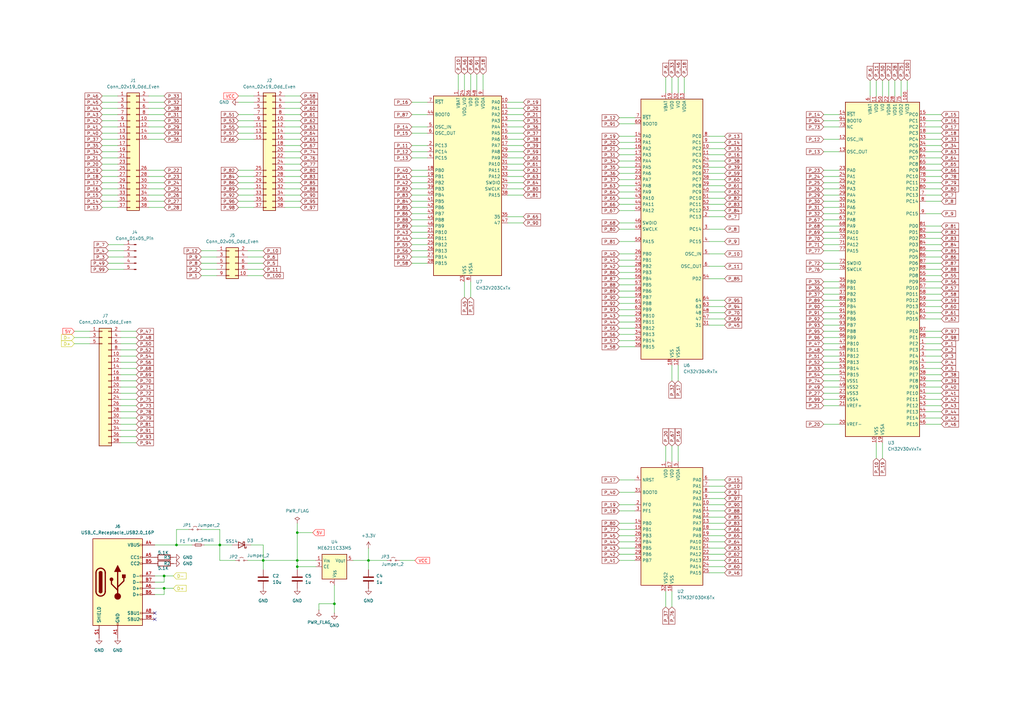
<source format=kicad_sch>
(kicad_sch (version 20250114) (generator "eeschema") (generator_version "9.0")
  (paper "A3")
  (lib_symbols
    (symbol "Conn_02x19_Odd_Even_1" (pin_names (offset 1.016) (hide yes))
      (property "Reference" "J1" (at 1.27 29.21 0))
      (property "Value" "Conn_02x19_Odd_Even" (at 1.27 26.67 0))
      (symbol "Conn_02x19_Odd_Even_1_1_1"
        (pin passive line (at -5.08 22.86 0) (length 3.81) (name "Pin_1") (number "1"))
        (pin passive line (at -5.08 20.32 0) (length 3.81) (name "Pin_3") (number "3"))
        (pin passive line (at -5.08 17.78 0) (length 3.81) (name "Pin_5") (number "5"))
        (pin passive line (at -5.08 15.24 0) (length 3.81) (name "Pin_7") (number "7"))
        (pin passive line (at -5.08 12.7 0) (length 3.81) (name "Pin_9") (number "9"))
        (pin passive line (at -5.08 10.16 0) (length 3.81) (name "Pin_11") (number "11"))
        (pin passive line (at -5.08 7.62 0) (length 3.81) (name "Pin_13") (number "13"))
        (pin passive line (at -5.08 5.08 0) (length 3.81) (name "Pin_15") (number "15"))
        (pin passive line (at -5.08 2.54 0) (length 3.81) (name "Pin_17") (number "17"))
        (pin passive line (at -5.08 0 0) (length 3.81) (name "Pin_19") (number "19"))
        (pin passive line (at -5.08 -2.54 0) (length 3.81) (name "Pin_21") (number "21"))
        (pin passive line (at -5.08 -5.08 0) (length 3.81) (name "Pin_23") (number "23"))
        (pin passive line (at -5.08 -7.62 0) (length 3.81) (name "Pin_25") (number "25"))
        (pin passive line (at -5.08 -10.16 0) (length 3.81) (name "Pin_27") (number "27"))
        (pin passive line (at -5.08 -12.7 0) (length 3.81) (name "Pin_29") (number "29"))
        (pin passive line (at -5.08 -15.24 0) (length 3.81) (name "Pin_31") (number "31"))
        (pin passive line (at -5.08 -17.78 0) (length 3.81) (name "Pin_33") (number "33"))
        (pin passive line (at -5.08 -20.32 0) (length 3.81) (name "Pin_35") (number "35"))
        (pin passive line (at -5.08 -22.86 0) (length 3.81) (name "Pin_37") (number "37"))
        (pin passive line (at 7.62 22.86 180) (length 3.81) (name "Pin_2") (number "2"))
        (pin passive line (at 7.62 20.32 180) (length 3.81) (name "Pin_4") (number "4"))
        (pin passive line (at 7.62 17.78 180) (length 3.81) (name "Pin_6") (number "6"))
        (pin passive line (at 7.62 15.24 180) (length 3.81) (name "Pin_8") (number "8"))
        (pin passive line (at 7.62 12.7 180) (length 3.81) (name "Pin_10") (number "10"))
        (pin passive line (at 7.62 10.16 180) (length 3.81) (name "Pin_12") (number "12"))
        (pin passive line (at 7.62 7.62 180) (length 3.81) (name "Pin_14") (number "14"))
        (pin passive line (at 7.62 5.08 180) (length 3.81) (name "Pin_16") (number "16"))
        (pin passive line (at 7.62 -7.62 180) (length 3.81) (name "Pin_26") (number "26"))
        (pin passive line (at 7.62 -10.16 180) (length 3.81) (name "Pin_28") (number "28"))
        (pin passive line (at 7.62 -12.7 180) (length 3.81) (name "Pin_30") (number "30"))
        (pin passive line (at 7.62 -15.24 180) (length 3.81) (name "Pin_32") (number "32"))
        (pin passive line (at 7.62 -17.78 180) (length 3.81) (name "Pin_34") (number "34"))
        (pin passive line (at 7.62 -20.32 180) (length 3.81) (name "Pin_36") (number "36"))
        (pin passive line (at 7.62 -22.86 180) (length 3.81) (name "Pin_38") (number "38"))
      )
    )
    (symbol "Conn_02x19_Odd_Even_2" (pin_names (offset 1.016) (hide yes))
      (property "Reference" "J7" (at 1.27 29.21 0))
      (property "Value" "Conn_02x19_Odd_Even" (at 1.27 26.67 0))
      (symbol "Conn_02x19_Odd_Even_2_1_1"
        (pin passive line (at -5.08 22.86 0) (length 3.81) (name "Pin_1") (number "1"))
        (pin passive line (at -5.08 20.32 0) (length 3.81) (name "Pin_3") (number "3"))
        (pin passive line (at -5.08 17.78 0) (length 3.81) (name "Pin_5") (number "5"))
        (pin passive line (at 7.62 22.86 180) (length 3.81) (name "Pin_2") (number "2"))
        (pin passive line (at 7.62 20.32 180) (length 3.81) (name "Pin_4") (number "4"))
        (pin passive line (at 7.62 17.78 180) (length 3.81) (name "Pin_6") (number "6"))
        (pin passive line (at 7.62 15.24 180) (length 3.81) (name "Pin_8") (number "8"))
        (pin passive line (at 7.62 12.7 180) (length 3.81) (name "Pin_10") (number "10"))
        (pin passive line (at 7.62 10.16 180) (length 3.81) (name "Pin_12") (number "12"))
        (pin passive line (at 7.62 7.62 180) (length 3.81) (name "Pin_14") (number "14"))
        (pin passive line (at 7.62 5.08 180) (length 3.81) (name "Pin_16") (number "16"))
        (pin passive line (at 7.62 2.54 180) (length 3.81) (name "Pin_18") (number "18"))
        (pin passive line (at 7.62 0 180) (length 3.81) (name "Pin_20") (number "20"))
        (pin passive line (at 7.62 -2.54 180) (length 3.81) (name "Pin_22") (number "22"))
        (pin passive line (at 7.62 -5.08 180) (length 3.81) (name "Pin_24") (number "24"))
        (pin passive line (at 7.62 -7.62 180) (length 3.81) (name "Pin_26") (number "26"))
        (pin passive line (at 7.62 -10.16 180) (length 3.81) (name "Pin_28") (number "28"))
        (pin passive line (at 7.62 -12.7 180) (length 3.81) (name "Pin_30") (number "30"))
        (pin passive line (at 7.62 -15.24 180) (length 3.81) (name "Pin_32") (number "32"))
        (pin passive line (at 7.62 -17.78 180) (length 3.81) (name "Pin_34") (number "34"))
        (pin passive line (at 7.62 -20.32 180) (length 3.81) (name "Pin_36") (number "36"))
        (pin passive line (at 7.62 -22.86 180) (length 3.81) (name "Pin_38") (number "38"))
      )
    )
    (symbol "Connector:Conn_01x05_Pin" (pin_names (offset 1.016) (hide yes))
      (property "Reference" "J" (at 0 7.62 0))
      (property "Value" "Conn_01x05_Pin" (at 0 -7.62 0))
      (symbol "Conn_01x05_Pin_1_1"
        (pin passive line (at 5.08 5.08 180) (length 3.81) (name "Pin_1") (number "1"))
        (pin passive line (at 5.08 2.54 180) (length 3.81) (name "Pin_2") (number "2"))
        (pin passive line (at 5.08 0 180) (length 3.81) (name "Pin_3") (number "3"))
        (pin passive line (at 5.08 -2.54 180) (length 3.81) (name "Pin_4") (number "4"))
        (pin passive line (at 5.08 -5.08 180) (length 3.81) (name "Pin_5") (number "5"))
      )
    )
    (symbol "Connector:USB_C_Receptacle_USB2.0_16P" (pin_names (offset 1.016))
      (property "Reference" "J" (at 0 22.225 0))
      (property "Value" "USB_C_Receptacle_USB2.0_16P" (at 0 19.685 0))
      (symbol "USB_C_Receptacle_USB2.0_16P_1_1"
        (pin passive line (at -7.62 -22.86 90) (length 5.08) (name "SHIELD") (number "S1"))
        (pin passive line (at 0 -22.86 90) (length 5.08) (name "GND") (number "A1"))
        (pin passive line (at 0 -22.86 90) (length 5.08) (hide yes) (name "GND") (number "A12"))
        (pin passive line (at 0 -22.86 90) (length 5.08) (hide yes) (name "GND") (number "B1"))
        (pin passive line (at 0 -22.86 90) (length 5.08) (hide yes) (name "GND") (number "B12"))
        (pin passive line (at 15.24 15.24 180) (length 5.08) (name "VBUS") (number "A4"))
        (pin passive line (at 15.24 15.24 180) (length 5.08) (hide yes) (name "VBUS") (number "A9"))
        (pin passive line (at 15.24 15.24 180) (length 5.08) (hide yes) (name "VBUS") (number "B4"))
        (pin passive line (at 15.24 15.24 180) (length 5.08) (hide yes) (name "VBUS") (number "B9"))
        (pin bidirectional line (at 15.24 10.16 180) (length 5.08) (name "CC1") (number "A5"))
        (pin bidirectional line (at 15.24 7.62 180) (length 5.08) (name "CC2") (number "B5"))
        (pin bidirectional line (at 15.24 2.54 180) (length 5.08) (name "D-") (number "A7"))
        (pin bidirectional line (at 15.24 0 180) (length 5.08) (name "D-") (number "B7"))
        (pin bidirectional line (at 15.24 -2.54 180) (length 5.08) (name "D+") (number "A6"))
        (pin bidirectional line (at 15.24 -5.08 180) (length 5.08) (name "D+") (number "B6"))
        (pin bidirectional line (at 15.24 -12.7 180) (length 5.08) (name "SBU1") (number "A8"))
        (pin bidirectional line (at 15.24 -15.24 180) (length 5.08) (name "SBU2") (number "B8"))
      )
    )
    (symbol "Connector_Generic:Conn_02x05_Odd_Even" (pin_names (offset 1.016) (hide yes))
      (property "Reference" "J" (at 1.27 7.62 0))
      (property "Value" "Conn_02x05_Odd_Even" (at 1.27 -7.62 0))
      (symbol "Conn_02x05_Odd_Even_1_1"
        (pin passive line (at -5.08 5.08 0) (length 3.81) (name "Pin_1") (number "1"))
        (pin passive line (at -5.08 2.54 0) (length 3.81) (name "Pin_3") (number "3"))
        (pin passive line (at -5.08 0 0) (length 3.81) (name "Pin_5") (number "5"))
        (pin passive line (at -5.08 -2.54 0) (length 3.81) (name "Pin_7") (number "7"))
        (pin passive line (at -5.08 -5.08 0) (length 3.81) (name "Pin_9") (number "9"))
        (pin passive line (at 7.62 5.08 180) (length 3.81) (name "Pin_2") (number "2"))
        (pin passive line (at 7.62 2.54 180) (length 3.81) (name "Pin_4") (number "4"))
        (pin passive line (at 7.62 0 180) (length 3.81) (name "Pin_6") (number "6"))
        (pin passive line (at 7.62 -2.54 180) (length 3.81) (name "Pin_8") (number "8"))
        (pin passive line (at 7.62 -5.08 180) (length 3.81) (name "Pin_10") (number "10"))
      )
    )
    (symbol "Connector_Generic:Conn_02x19_Odd_Even" (pin_names (offset 1.016) (hide yes))
      (property "Reference" "J2" (at 1.27 29.21 0))
      (property "Value" "Conn_02x19_Odd_Even" (at 1.27 26.67 0))
      (symbol "Conn_02x19_Odd_Even_1_1"
        (pin passive line (at -5.08 22.86 0) (length 3.81) (name "Pin_1") (number "1"))
        (pin passive line (at -5.08 20.32 0) (length 3.81) (name "Pin_3") (number "3"))
        (pin passive line (at -5.08 17.78 0) (length 3.81) (name "Pin_5") (number "5"))
        (pin passive line (at -5.08 15.24 0) (length 3.81) (name "Pin_7") (number "7"))
        (pin passive line (at -5.08 12.7 0) (length 3.81) (name "Pin_9") (number "9"))
        (pin passive line (at -5.08 10.16 0) (length 3.81) (name "Pin_11") (number "11"))
        (pin passive line (at -5.08 7.62 0) (length 3.81) (name "Pin_13") (number "13"))
        (pin passive line (at -5.08 5.08 0) (length 3.81) (name "Pin_15") (number "15"))
        (pin passive line (at -5.08 -7.62 0) (length 3.81) (name "Pin_25") (number "25"))
        (pin passive line (at -5.08 -10.16 0) (length 3.81) (name "Pin_27") (number "27"))
        (pin passive line (at -5.08 -12.7 0) (length 3.81) (name "Pin_29") (number "29"))
        (pin passive line (at -5.08 -15.24 0) (length 3.81) (name "Pin_31") (number "31"))
        (pin passive line (at -5.08 -17.78 0) (length 3.81) (name "Pin_33") (number "33"))
        (pin passive line (at -5.08 -20.32 0) (length 3.81) (name "Pin_35") (number "35"))
        (pin passive line (at -5.08 -22.86 0) (length 3.81) (name "Pin_37") (number "37"))
        (pin passive line (at 7.62 22.86 180) (length 3.81) (name "Pin_2") (number "2"))
        (pin passive line (at 7.62 20.32 180) (length 3.81) (name "Pin_4") (number "4"))
        (pin passive line (at 7.62 17.78 180) (length 3.81) (name "Pin_6") (number "6"))
        (pin passive line (at 7.62 15.24 180) (length 3.81) (name "Pin_8") (number "8"))
        (pin passive line (at 7.62 12.7 180) (length 3.81) (name "Pin_10") (number "10"))
        (pin passive line (at 7.62 10.16 180) (length 3.81) (name "Pin_12") (number "12"))
        (pin passive line (at 7.62 7.62 180) (length 3.81) (name "Pin_14") (number "14"))
        (pin passive line (at 7.62 5.08 180) (length 3.81) (name "Pin_16") (number "16"))
        (pin passive line (at 7.62 2.54 180) (length 3.81) (name "Pin_18") (number "18"))
        (pin passive line (at 7.62 0 180) (length 3.81) (name "Pin_20") (number "20"))
        (pin passive line (at 7.62 -2.54 180) (length 3.81) (name "Pin_22") (number "22"))
        (pin passive line (at 7.62 -5.08 180) (length 3.81) (name "Pin_24") (number "24"))
        (pin passive line (at 7.62 -7.62 180) (length 3.81) (name "Pin_26") (number "26"))
        (pin passive line (at 7.62 -10.16 180) (length 3.81) (name "Pin_28") (number "28"))
        (pin passive line (at 7.62 -12.7 180) (length 3.81) (name "Pin_30") (number "30"))
        (pin passive line (at 7.62 -15.24 180) (length 3.81) (name "Pin_32") (number "32"))
        (pin passive line (at 7.62 -17.78 180) (length 3.81) (name "Pin_34") (number "34"))
        (pin passive line (at 7.62 -20.32 180) (length 3.81) (name "Pin_36") (number "36"))
        (pin passive line (at 7.62 -22.86 180) (length 3.81) (name "Pin_38") (number "38"))
      )
    )
    (symbol "Device:C" (pin_numbers (hide yes)) (pin_names (offset 0.254))
      (property "Reference" "C" (at 0.635 2.54 0))
      (property "Value" "C" (at 0.635 -2.54 0))
      (symbol "C_1_1"
        (pin passive line (at 0 3.81 270) (length 2.794) (name "~") (number "1"))
        (pin passive line (at 0 -3.81 90) (length 2.794) (name "~") (number "2"))
      )
    )
    (symbol "Device:Fuse_Small" (pin_numbers (hide yes)) (pin_names (offset 0.254) (hide yes))
      (property "Reference" "F" (at 0 -1.524 0))
      (property "Value" "Fuse_Small" (at 0 1.524 0))
      (symbol "Fuse_Small_1_1"
        (pin passive line (at -2.54 0 0) (length 1.27) (name "~") (number "1"))
        (pin passive line (at 2.54 0 180) (length 1.27) (name "~") (number "2"))
      )
    )
    (symbol "Device:R" (pin_numbers (hide yes)) (pin_names (offset 0))
      (property "Reference" "R" (at 2.032 0 90))
      (property "Value" "R" (at 0 0 90))
      (symbol "R_1_1"
        (pin passive line (at 0 3.81 270) (length 1.27) (name "~") (number "1"))
        (pin passive line (at 0 -3.81 90) (length 1.27) (name "~") (number "2"))
      )
    )
    (symbol "Diode:SS14" (pin_numbers (hide yes)) (pin_names (offset 1.016) (hide yes))
      (property "Reference" "D" (at 0 2.54 0))
      (property "Value" "SS14" (at 0 -2.54 0))
      (symbol "SS14_1_1"
        (pin passive line (at -3.81 0 0) (length 2.54) (name "K") (number "1"))
        (pin passive line (at 3.81 0 180) (length 2.54) (name "A") (number "2"))
      )
    )
    (symbol "GND_1" (power) (pin_numbers (hide yes)) (pin_names (offset 0) (hide yes))
      (property "Value" "GND" (at 0 -3.81 0))
      (symbol "GND_1_1_1"
        (pin power_in line (at 0 0 270) (length 0) (name "~") (number "1"))
      )
    )
    (symbol "Jumper:Jumper_2_Small_Open" (pin_numbers (hide yes)) (pin_names (offset 0) (hide yes))
      (property "Reference" "JP" (at 0 2.794 0))
      (property "Value" "Jumper_2_Small_Open" (at 0 -2.286 0))
      (symbol "Jumper_2_Small_Open_1_1"
        (pin passive line (at -2.54 0 0) (length 1.27) (name "A") (number "1"))
        (pin passive line (at 2.54 0 180) (length 1.27) (name "B") (number "2"))
      )
    )
    (symbol "MCU_ST_STM32F0:STM32F030K6Tx"
      (property "Reference" "U2" (at 2.1433 -25.4 0))
      (property "Value" "STM32F030K6Tx" (at 2.1433 -27.94 0))
      (symbol "STM32F030K6Tx_1_1"
        (pin input line (at -15.24 20.32 0) (length 2.54) (name "NRST") (number "4"))
        (pin input line (at -15.24 15.24 0) (length 2.54) (name "BOOT0") (number "31"))
        (pin bidirectional line (at -15.24 10.16 0) (length 2.54) (name "PF0") (number "2"))
        (pin bidirectional line (at -15.24 7.62 0) (length 2.54) (name "PF1") (number "3"))
        (pin bidirectional line (at -15.24 2.54 0) (length 2.54) (name "PB0") (number "14"))
        (pin bidirectional line (at -15.24 0 0) (length 2.54) (name "PB1") (number "15"))
        (pin bidirectional line (at -15.24 -2.54 0) (length 2.54) (name "PB3") (number "26"))
        (pin bidirectional line (at -15.24 -5.08 0) (length 2.54) (name "PB4") (number "27"))
        (pin bidirectional line (at -15.24 -7.62 0) (length 2.54) (name "PB5") (number "28"))
        (pin bidirectional line (at -15.24 -10.16 0) (length 2.54) (name "PB6") (number "29"))
        (pin bidirectional line (at -15.24 -12.7 0) (length 2.54) (name "PB7") (number "30"))
        (pin power_in line (at -2.54 27.94 270) (length 2.54) (name "VDD") (number "1"))
        (pin passive line (at -2.54 -25.4 90) (length 2.54) (name "VSS2") (number "32"))
        (pin power_in line (at 0 27.94 270) (length 2.54) (name "VDD") (number "17"))
        (pin power_in line (at 0 -25.4 90) (length 2.54) (name "VSS") (number "16"))
        (pin power_in line (at 2.54 27.94 270) (length 2.54) (name "VDDA") (number "5"))
        (pin bidirectional line (at 15.24 20.32 180) (length 2.54) (name "PA0") (number "6"))
        (pin bidirectional line (at 15.24 17.78 180) (length 2.54) (name "PA1") (number "7"))
        (pin bidirectional line (at 15.24 15.24 180) (length 2.54) (name "PA2") (number "8"))
        (pin bidirectional line (at 15.24 12.7 180) (length 2.54) (name "PA3") (number "9"))
        (pin bidirectional line (at 15.24 10.16 180) (length 2.54) (name "PA4") (number "10"))
        (pin bidirectional line (at 15.24 7.62 180) (length 2.54) (name "PA5") (number "11"))
        (pin bidirectional line (at 15.24 5.08 180) (length 2.54) (name "PA6") (number "12"))
        (pin bidirectional line (at 15.24 2.54 180) (length 2.54) (name "PA7") (number "13"))
        (pin bidirectional line (at 15.24 0 180) (length 2.54) (name "PA8") (number "18"))
        (pin bidirectional line (at 15.24 -2.54 180) (length 2.54) (name "PA9") (number "19"))
        (pin bidirectional line (at 15.24 -5.08 180) (length 2.54) (name "PA10") (number "20"))
        (pin bidirectional line (at 15.24 -7.62 180) (length 2.54) (name "PA11") (number "21"))
        (pin bidirectional line (at 15.24 -10.16 180) (length 2.54) (name "PA12") (number "22"))
        (pin bidirectional line (at 15.24 -12.7 180) (length 2.54) (name "PA13") (number "23"))
        (pin bidirectional line (at 15.24 -15.24 180) (length 2.54) (name "PA14") (number "24"))
        (pin bidirectional line (at 15.24 -17.78 180) (length 2.54) (name "PA15") (number "25"))
      )
    )
    (symbol "MCU_WCH_CH32V2:CH32V203CxTx"
      (property "Reference" "U7" (at 4.6833 -40.64 0))
      (property "Value" "CH32V203CxTx" (at 4.6833 -43.18 0))
      (symbol "CH32V203CxTx_0_0"
        (pin input line (at -15.24 27.94 0) (length 2.54) (name "BOOT0") (number "44"))
        (pin power_in line (at -2.54 38.1 270) (length 2.54) (name "VBAT") (number "1"))
        (pin power_in line (at 0 38.1 270) (length 2.54) (name "VDD_VIO") (number "24"))
        (pin power_in line (at 0 -40.64 90) (length 2.54) (name "VSS") (number "23"))
        (pin power_in line (at 2.54 -40.64 90) (length 2.54) (name "VSSA") (number "8"))
        (pin power_in line (at 7.62 38.1 270) (length 2.54) (name "VDDA") (number "9"))
      )
      (symbol "CH32V203CxTx_1_0"
        (pin input line (at -15.24 33.02 0) (length 2.54) (name "~{RST}") (number "7"))
        (pin bidirectional line (at -15.24 22.86 0) (length 2.54) (name "OSC_IN") (number "5"))
        (pin bidirectional line (at -15.24 20.32 0) (length 2.54) (name "OSC_OUT") (number "6"))
        (pin bidirectional line (at -15.24 15.24 0) (length 2.54) (name "PC13") (number "2"))
        (pin bidirectional line (at -15.24 12.7 0) (length 2.54) (name "PC14") (number "3"))
        (pin bidirectional line (at -15.24 10.16 0) (length 2.54) (name "PC15") (number "4"))
        (pin bidirectional line (at -15.24 5.08 0) (length 2.54) (name "PB0") (number "18"))
        (pin bidirectional line (at -15.24 2.54 0) (length 2.54) (name "PB1") (number "19"))
        (pin bidirectional line (at -15.24 0 0) (length 2.54) (name "PB2") (number "20"))
        (pin bidirectional line (at -15.24 -2.54 0) (length 2.54) (name "PB3") (number "39"))
        (pin bidirectional line (at -15.24 -5.08 0) (length 2.54) (name "PB4") (number "40"))
        (pin bidirectional line (at -15.24 -7.62 0) (length 2.54) (name "PB5") (number "41"))
        (pin bidirectional line (at -15.24 -10.16 0) (length 2.54) (name "PB6") (number "42"))
        (pin bidirectional line (at -15.24 -12.7 0) (length 2.54) (name "PB7") (number "43"))
        (pin bidirectional line (at -15.24 -15.24 0) (length 2.54) (name "PB8") (number "45"))
        (pin bidirectional line (at -15.24 -17.78 0) (length 2.54) (name "PB9") (number "46"))
        (pin bidirectional line (at -15.24 -20.32 0) (length 2.54) (name "PB10") (number "21"))
        (pin bidirectional line (at -15.24 -22.86 0) (length 2.54) (name "PB11") (number "22"))
        (pin bidirectional line (at -15.24 -25.4 0) (length 2.54) (name "PB12") (number "25"))
        (pin bidirectional line (at -15.24 -27.94 0) (length 2.54) (name "PB13") (number "26"))
        (pin bidirectional line (at -15.24 -30.48 0) (length 2.54) (name "PB14") (number "27"))
        (pin bidirectional line (at -15.24 -33.02 0) (length 2.54) (name "PB15") (number "28"))
        (pin power_in line (at 2.54 38.1 270) (length 2.54) (name "VDD") (number "36"))
        (pin power_in line (at 5.08 38.1 270) (length 2.54) (name "VDD") (number "48"))
        (pin bidirectional line (at 17.78 33.02 180) (length 2.54) (name "PA0") (number "10"))
        (pin bidirectional line (at 17.78 30.48 180) (length 2.54) (name "PA1") (number "11"))
        (pin bidirectional line (at 17.78 27.94 180) (length 2.54) (name "PA2") (number "12"))
        (pin bidirectional line (at 17.78 25.4 180) (length 2.54) (name "PA3") (number "13"))
        (pin bidirectional line (at 17.78 22.86 180) (length 2.54) (name "PA4") (number "14"))
        (pin bidirectional line (at 17.78 20.32 180) (length 2.54) (name "PA5") (number "15"))
        (pin bidirectional line (at 17.78 17.78 180) (length 2.54) (name "PA6") (number "16"))
        (pin bidirectional line (at 17.78 15.24 180) (length 2.54) (name "PA7") (number "17"))
        (pin bidirectional line (at 17.78 12.7 180) (length 2.54) (name "PA8") (number "29"))
        (pin bidirectional line (at 17.78 10.16 180) (length 2.54) (name "PA9") (number "30"))
        (pin bidirectional line (at 17.78 7.62 180) (length 2.54) (name "PA10") (number "31"))
        (pin bidirectional line (at 17.78 5.08 180) (length 2.54) (name "PA11") (number "32"))
        (pin bidirectional line (at 17.78 2.54 180) (length 2.54) (name "PA12") (number "33"))
        (pin bidirectional line (at 17.78 0 180) (length 2.54) (name "SWDIO") (number "34"))
        (pin bidirectional line (at 17.78 -2.54 180) (length 2.54) (name "SWCLK") (number "37"))
        (pin bidirectional line (at 17.78 -5.08 180) (length 2.54) (name "PA15") (number "38"))
        (pin bidirectional line (at 17.78 -13.97 180) (length 2.54) (name "35") (number "35"))
        (pin bidirectional line (at 17.78 -16.51 180) (length 2.54) (name "47") (number "47"))
      )
    )
    (symbol "MCU_WCH_CH32V3:CH32V30xRxTx"
      (property "Reference" "U6" (at 4.6833 -55.88 0))
      (property "Value" "CH32V30xRxTx" (at 4.6833 -58.42 0))
      (symbol "CH32V30xRxTx_0_0"
        (pin power_in line (at -2.54 55.88 270) (length 2.54) (name "VBAT") (number "1"))
        (pin power_in line (at 0 55.88 270) (length 2.54) (name "VDD") (number "19"))
        (pin power_in line (at 0 -55.88 90) (length 2.54) (name "VSS") (number "18"))
        (pin power_in line (at 2.54 55.88 270) (length 2.54) (name "VIO") (number "32"))
        (pin power_in line (at 2.54 -55.88 90) (length 2.54) (name "VSSA") (number "12"))
        (pin power_in line (at 5.08 55.88 270) (length 2.54) (name "VDDA") (number "13"))
      )
      (symbol "CH32V30xRxTx_1_0"
        (pin input line (at -15.24 45.72 0) (length 2.54) (name "~{RST}") (number "7"))
        (pin input line (at -15.24 43.18 0) (length 2.54) (name "BOOT0") (number "60"))
        (pin bidirectional line (at -15.24 38.1 0) (length 2.54) (name "PA0") (number "14"))
        (pin bidirectional line (at -15.24 35.56 0) (length 2.54) (name "PA1") (number "15"))
        (pin bidirectional line (at -15.24 33.02 0) (length 2.54) (name "PA2") (number "16"))
        (pin bidirectional line (at -15.24 30.48 0) (length 2.54) (name "PA3") (number "17"))
        (pin bidirectional line (at -15.24 27.94 0) (length 2.54) (name "PA4") (number "20"))
        (pin bidirectional line (at -15.24 25.4 0) (length 2.54) (name "PA5") (number "21"))
        (pin bidirectional line (at -15.24 22.86 0) (length 2.54) (name "PA6") (number "22"))
        (pin bidirectional line (at -15.24 20.32 0) (length 2.54) (name "PA7") (number "23"))
        (pin bidirectional line (at -15.24 17.78 0) (length 2.54) (name "PA8") (number "41"))
        (pin bidirectional line (at -15.24 15.24 0) (length 2.54) (name "PA9") (number "42"))
        (pin bidirectional line (at -15.24 12.7 0) (length 2.54) (name "PA10") (number "43"))
        (pin bidirectional line (at -15.24 10.16 0) (length 2.54) (name "PA11") (number "44"))
        (pin bidirectional line (at -15.24 7.62 0) (length 2.54) (name "PA12") (number "45"))
        (pin bidirectional line (at -15.24 2.54 0) (length 2.54) (name "SWDIO") (number "46"))
        (pin bidirectional line (at -15.24 0 0) (length 2.54) (name "SWCLK") (number "49"))
        (pin bidirectional line (at -15.24 -5.08 0) (length 2.54) (name "PA15") (number "50"))
        (pin bidirectional line (at -15.24 -10.16 0) (length 2.54) (name "PB0") (number "26"))
        (pin bidirectional line (at -15.24 -12.7 0) (length 2.54) (name "PB1") (number "27"))
        (pin bidirectional line (at -15.24 -15.24 0) (length 2.54) (name "PB2") (number "28"))
        (pin bidirectional line (at -15.24 -17.78 0) (length 2.54) (name "PB3") (number "55"))
        (pin bidirectional line (at -15.24 -20.32 0) (length 2.54) (name "PB4") (number "56"))
        (pin bidirectional line (at -15.24 -22.86 0) (length 2.54) (name "PB5") (number "57"))
        (pin bidirectional line (at -15.24 -25.4 0) (length 2.54) (name "PB6") (number "58"))
        (pin bidirectional line (at -15.24 -27.94 0) (length 2.54) (name "PB7") (number "59"))
        (pin bidirectional line (at -15.24 -30.48 0) (length 2.54) (name "PB8") (number "61"))
        (pin bidirectional line (at -15.24 -33.02 0) (length 2.54) (name "PB9") (number "62"))
        (pin bidirectional line (at -15.24 -35.56 0) (length 2.54) (name "PB10") (number "29"))
        (pin bidirectional line (at -15.24 -38.1 0) (length 2.54) (name "PB11") (number "30"))
        (pin bidirectional line (at -15.24 -40.64 0) (length 2.54) (name "PB12") (number "33"))
        (pin bidirectional line (at -15.24 -43.18 0) (length 2.54) (name "PB13") (number "34"))
        (pin bidirectional line (at -15.24 -45.72 0) (length 2.54) (name "PB14") (number "35"))
        (pin bidirectional line (at -15.24 -48.26 0) (length 2.54) (name "PB15") (number "36"))
        (pin bidirectional line (at 15.24 38.1 180) (length 2.54) (name "PC0") (number "8"))
        (pin bidirectional line (at 15.24 35.56 180) (length 2.54) (name "PC1") (number "9"))
        (pin bidirectional line (at 15.24 33.02 180) (length 2.54) (name "PC2") (number "10"))
        (pin bidirectional line (at 15.24 30.48 180) (length 2.54) (name "PC3") (number "11"))
        (pin bidirectional line (at 15.24 27.94 180) (length 2.54) (name "PC4") (number "24"))
        (pin bidirectional line (at 15.24 25.4 180) (length 2.54) (name "PC5") (number "25"))
        (pin bidirectional line (at 15.24 22.86 180) (length 2.54) (name "PC6") (number "37"))
        (pin bidirectional line (at 15.24 20.32 180) (length 2.54) (name "PC7") (number "38"))
        (pin bidirectional line (at 15.24 17.78 180) (length 2.54) (name "PC8") (number "39"))
        (pin bidirectional line (at 15.24 15.24 180) (length 2.54) (name "PC9") (number "40"))
        (pin bidirectional line (at 15.24 12.7 180) (length 2.54) (name "PC10") (number "51"))
        (pin bidirectional line (at 15.24 10.16 180) (length 2.54) (name "PC11") (number "52"))
        (pin bidirectional line (at 15.24 7.62 180) (length 2.54) (name "PC12") (number "53"))
        (pin bidirectional line (at 15.24 5.08 180) (length 2.54) (name "PC13") (number "2"))
        (pin bidirectional line (at 15.24 0 180) (length 2.54) (name "PC14") (number "3"))
        (pin bidirectional line (at 15.24 -5.08 180) (length 2.54) (name "PC15") (number "4"))
        (pin bidirectional line (at 15.24 -10.16 180) (length 2.54) (name "OSC_IN") (number "5"))
        (pin bidirectional line (at 15.24 -15.24 180) (length 2.54) (name "OSC_OUT") (number "6"))
        (pin bidirectional line (at 15.24 -20.32 180) (length 2.54) (name "PD2") (number "54"))
        (pin bidirectional line (at 15.24 -29.21 180) (length 2.54) (name "64") (number "64"))
        (pin bidirectional line (at 15.24 -31.75 180) (length 2.54) (name "63") (number "63"))
        (pin bidirectional line (at 15.24 -34.29 180) (length 2.54) (name "48") (number "48"))
        (pin bidirectional line (at 15.24 -36.83 180) (length 2.54) (name "47") (number "47"))
        (pin bidirectional line (at 15.24 -39.37 180) (length 2.54) (name "31") (number "31"))
      )
    )
    (symbol "MCU_WCH_CH32V3:CH32V30xVxTx"
      (property "Reference" "U3" (at 2.1433 -71.12 0))
      (property "Value" "CH32V30xVxTx" (at 2.1433 -73.66 0))
      (symbol "CH32V30xVxTx_0_0"
        (pin bidirectional line (at -17.78 53.34 0) (length 2.54) (name "OSC_IN") (number "12"))
        (pin bidirectional line (at -17.78 48.26 0) (length 2.54) (name "OSC_OUT") (number "13"))
        (pin input line (at -17.78 -55.88 0) (length 2.54) (name "VREF+") (number "21"))
        (pin input line (at -17.78 -63.5 0) (length 2.54) (name "VREF-") (number "20"))
        (pin power_in line (at -5.08 71.12 270) (length 2.54) (name "VBAT") (number "6"))
        (pin power_in line (at -2.54 71.12 270) (length 2.54) (name "VDD") (number "11"))
        (pin power_in line (at -2.54 -71.12 90) (length 2.54) (name "VSS") (number "10"))
        (pin power_in line (at 0 71.12 270) (length 2.54) (name "VIO") (number "50"))
        (pin power_in line (at 0 -71.12 90) (length 2.54) (name "VSSA") (number "19"))
        (pin power_in line (at 2.54 71.12 270) (length 2.54) (name "VDDA") (number "22"))
      )
      (symbol "CH32V30xVxTx_1_0"
        (pin input line (at -17.78 63.5 0) (length 2.54) (name "~{RST}") (number "14"))
        (pin input line (at -17.78 60.96 0) (length 2.54) (name "BOOT0") (number "94"))
        (pin bidirectional line (at -17.78 58.42 0) (length 2.54) (name "NC") (number "73"))
        (pin bidirectional line (at -17.78 40.64 0) (length 2.54) (name "PA0") (number "23"))
        (pin bidirectional line (at -17.78 38.1 0) (length 2.54) (name "PA1") (number "24"))
        (pin bidirectional line (at -17.78 35.56 0) (length 2.54) (name "PA2") (number "25"))
        (pin bidirectional line (at -17.78 33.02 0) (length 2.54) (name "PA3") (number "26"))
        (pin bidirectional line (at -17.78 30.48 0) (length 2.54) (name "PA4") (number "29"))
        (pin bidirectional line (at -17.78 27.94 0) (length 2.54) (name "PA5") (number "30"))
        (pin bidirectional line (at -17.78 25.4 0) (length 2.54) (name "PA6") (number "31"))
        (pin bidirectional line (at -17.78 22.86 0) (length 2.54) (name "PA7") (number "32"))
        (pin bidirectional line (at -17.78 20.32 0) (length 2.54) (name "PA8") (number "67"))
        (pin bidirectional line (at -17.78 17.78 0) (length 2.54) (name "PA9") (number "68"))
        (pin bidirectional line (at -17.78 15.24 0) (length 2.54) (name "PA10") (number "69"))
        (pin bidirectional line (at -17.78 12.7 0) (length 2.54) (name "PA11") (number "70"))
        (pin bidirectional line (at -17.78 10.16 0) (length 2.54) (name "PA12") (number "71"))
        (pin bidirectional line (at -17.78 7.62 0) (length 2.54) (name "PA15") (number "77"))
        (pin bidirectional line (at -17.78 2.54 0) (length 2.54) (name "SWDIO") (number "72"))
        (pin bidirectional line (at -17.78 0 0) (length 2.54) (name "SWCLK") (number "76"))
        (pin bidirectional line (at -17.78 -5.08 0) (length 2.54) (name "PB0") (number "35"))
        (pin bidirectional line (at -17.78 -7.62 0) (length 2.54) (name "PB1") (number "36"))
        (pin bidirectional line (at -17.78 -10.16 0) (length 2.54) (name "PB2") (number "37"))
        (pin bidirectional line (at -17.78 -12.7 0) (length 2.54) (name "PB3") (number "89"))
        (pin bidirectional line (at -17.78 -15.24 0) (length 2.54) (name "PB4") (number "90"))
        (pin bidirectional line (at -17.78 -17.78 0) (length 2.54) (name "PB5") (number "91"))
        (pin bidirectional line (at -17.78 -20.32 0) (length 2.54) (name "PB6") (number "92"))
        (pin bidirectional line (at -17.78 -22.86 0) (length 2.54) (name "PB7") (number "93"))
        (pin bidirectional line (at -17.78 -25.4 0) (length 2.54) (name "PB8") (number "95"))
        (pin bidirectional line (at -17.78 -27.94 0) (length 2.54) (name "PB9") (number "96"))
        (pin bidirectional line (at -17.78 -30.48 0) (length 2.54) (name "PB10") (number "47"))
        (pin bidirectional line (at -17.78 -33.02 0) (length 2.54) (name "PB11") (number "48"))
        (pin bidirectional line (at -17.78 -35.56 0) (length 2.54) (name "PB12") (number "51"))
        (pin bidirectional line (at -17.78 -38.1 0) (length 2.54) (name "PB13") (number "52"))
        (pin bidirectional line (at -17.78 -40.64 0) (length 2.54) (name "PB14") (number "53"))
        (pin bidirectional line (at -17.78 -43.18 0) (length 2.54) (name "PB15") (number "54"))
        (pin passive line (at -17.78 -45.72 0) (length 2.54) (name "VSS1") (number "74"))
        (pin passive line (at -17.78 -48.26 0) (length 2.54) (name "VSS2") (number "49"))
        (pin passive line (at -17.78 -50.8 0) (length 2.54) (name "VSS3") (number "27"))
        (pin passive line (at -17.78 -53.34 0) (length 2.54) (name "VSS4") (number "99"))
        (pin passive line (at 5.08 71.12 270) (length 2.54) (name "VDD1") (number "28"))
        (pin passive line (at 7.62 71.12 270) (length 2.54) (name "VDD2") (number "75"))
        (pin passive line (at 10.16 73.66 270) (length 5.08) (name "VIO3") (number "100"))
        (pin bidirectional line (at 17.78 63.5 180) (length 2.54) (name "PC0") (number "15"))
        (pin bidirectional line (at 17.78 60.96 180) (length 2.54) (name "PC1") (number "16"))
        (pin bidirectional line (at 17.78 58.42 180) (length 2.54) (name "PC2") (number "17"))
        (pin bidirectional line (at 17.78 55.88 180) (length 2.54) (name "PC3") (number "18"))
        (pin bidirectional line (at 17.78 53.34 180) (length 2.54) (name "PC4") (number "33"))
        (pin bidirectional line (at 17.78 50.8 180) (length 2.54) (name "PC5") (number "34"))
        (pin bidirectional line (at 17.78 48.26 180) (length 2.54) (name "PC6") (number "63"))
        (pin bidirectional line (at 17.78 45.72 180) (length 2.54) (name "PC7") (number "64"))
        (pin bidirectional line (at 17.78 43.18 180) (length 2.54) (name "PC8") (number "65"))
        (pin bidirectional line (at 17.78 40.64 180) (length 2.54) (name "PC9") (number "66"))
        (pin bidirectional line (at 17.78 38.1 180) (length 2.54) (name "PC10") (number "78"))
        (pin bidirectional line (at 17.78 35.56 180) (length 2.54) (name "PC11") (number "79"))
        (pin bidirectional line (at 17.78 33.02 180) (length 2.54) (name "PC12") (number "80"))
        (pin bidirectional line (at 17.78 30.48 180) (length 2.54) (name "PC13") (number "7"))
        (pin bidirectional line (at 17.78 27.94 180) (length 2.54) (name "PC14") (number "8"))
        (pin bidirectional line (at 17.78 22.86 180) (length 2.54) (name "PC15") (number "9"))
        (pin bidirectional line (at 17.78 17.78 180) (length 2.54) (name "PD0") (number "81"))
        (pin bidirectional line (at 17.78 15.24 180) (length 2.54) (name "PD1") (number "82"))
        (pin bidirectional line (at 17.78 12.7 180) (length 2.54) (name "PD2") (number "83"))
        (pin bidirectional line (at 17.78 10.16 180) (length 2.54) (name "PD3") (number "84"))
        (pin bidirectional line (at 17.78 7.62 180) (length 2.54) (name "PD4") (number "85"))
        (pin bidirectional line (at 17.78 5.08 180) (length 2.54) (name "PD5") (number "86"))
        (pin bidirectional line (at 17.78 2.54 180) (length 2.54) (name "PD6") (number "87"))
        (pin bidirectional line (at 17.78 0 180) (length 2.54) (name "PD7") (number "88"))
        (pin bidirectional line (at 17.78 -2.54 180) (length 2.54) (name "PD8") (number "55"))
        (pin bidirectional line (at 17.78 -5.08 180) (length 2.54) (name "PD9") (number "56"))
        (pin bidirectional line (at 17.78 -7.62 180) (length 2.54) (name "PD10") (number "57"))
        (pin bidirectional line (at 17.78 -10.16 180) (length 2.54) (name "PD11") (number "58"))
        (pin bidirectional line (at 17.78 -12.7 180) (length 2.54) (name "PD12") (number "59"))
        (pin bidirectional line (at 17.78 -15.24 180) (length 2.54) (name "PD13") (number "60"))
        (pin bidirectional line (at 17.78 -17.78 180) (length 2.54) (name "PD14") (number "61"))
        (pin bidirectional line (at 17.78 -20.32 180) (length 2.54) (name "PD15") (number "62"))
        (pin bidirectional line (at 17.78 -25.4 180) (length 2.54) (name "PE0") (number "97"))
        (pin bidirectional line (at 17.78 -27.94 180) (length 2.54) (name "PE1") (number "98"))
        (pin bidirectional line (at 17.78 -30.48 180) (length 2.54) (name "PE2") (number "1"))
        (pin bidirectional line (at 17.78 -33.02 180) (length 2.54) (name "PE3") (number "2"))
        (pin bidirectional line (at 17.78 -35.56 180) (length 2.54) (name "PE4") (number "3"))
        (pin bidirectional line (at 17.78 -38.1 180) (length 2.54) (name "PE5") (number "4"))
        (pin bidirectional line (at 17.78 -40.64 180) (length 2.54) (name "PE6") (number "5"))
        (pin bidirectional line (at 17.78 -43.18 180) (length 2.54) (name "PE7") (number "38"))
        (pin bidirectional line (at 17.78 -45.72 180) (length 2.54) (name "PE8") (number "39"))
        (pin bidirectional line (at 17.78 -48.26 180) (length 2.54) (name "PE9") (number "40"))
        (pin bidirectional line (at 17.78 -50.8 180) (length 2.54) (name "PE10") (number "41"))
        (pin bidirectional line (at 17.78 -53.34 180) (length 2.54) (name "PE11") (number "42"))
        (pin bidirectional line (at 17.78 -55.88 180) (length 2.54) (name "PE12") (number "43"))
        (pin bidirectional line (at 17.78 -58.42 180) (length 2.54) (name "PE13") (number "44"))
        (pin bidirectional line (at 17.78 -60.96 180) (length 2.54) (name "PE14") (number "45"))
        (pin bidirectional line (at 17.78 -63.5 180) (length 2.54) (name "PE15") (number "46"))
      )
    )
    (symbol "Regulator_Linear:ME6211C33M5"
      (property "Reference" "U" (at -4.572 6.35 0))
      (property "Value" "ME6211C33M5" (at 10.16 8.636 0))
      (symbol "ME6211C33M5_1_1"
        (pin power_in line (at -7.62 2.54 0) (length 2.54) (name "V_{IN}") (number "1"))
        (pin input line (at -7.62 0 0) (length 2.54) (name "CE") (number "3"))
        (pin power_in line (at 0 -7.62 90) (length 2.54) (name "V_{SS}") (number "2"))
        (pin no_connect line (at 5.08 0 180) (length 2.54) (hide yes) (name "NC") (number "4"))
        (pin power_out line (at 7.62 2.54 180) (length 2.54) (name "V_{OUT}") (number "5"))
      )
    )
    (symbol "power:+3.3V" (power) (pin_numbers (hide yes)) (pin_names (offset 0) (hide yes))
      (property "Value" "+3.3V" (at 0 3.556 0))
      (symbol "+3.3V_1_1"
        (pin power_in line (at 0 0 90) (length 0) (name "~") (number "1"))
      )
    )
    (symbol "power:PWR_FLAG" (power) (pin_numbers (hide yes)) (pin_names (offset 0) (hide yes))
      (property "Value" "PWR_FLAG" (at 0 3.81 0))
      (symbol "PWR_FLAG_0_0"
        (pin power_out line (at 0 0 90) (length 0) (name "~") (number "1"))
      )
    )
  )
  (junction (at 67.31 241.3))
  (junction (at 90.17 223.52))
  (junction (at 121.92 218.44))
  (junction (at 121.92 232.41))
  (junction (at 121.92 229.87))
  (junction (at 151.13 229.87))
  (junction (at 137.16 247.65))
  (junction (at 107.95 229.87))
  (junction (at 72.39 223.52))
  (junction (at 67.31 236.22))
  (no_connect (at 63.5 254))
  (no_connect (at 63.5 251.46))
  (wire (pts (xy 190.5 30.48) (xy 190.5 36.83)))
  (wire (pts (xy 97.79 57.15) (xy 104.14 57.15)))
  (wire (pts (xy 290.83 212.09) (xy 297.18 212.09)))
  (wire (pts (xy 275.59 189.23) (xy 275.59 182.88)))
  (wire (pts (xy 386.08 77.47) (xy 379.73 77.47)))
  (wire (pts (xy 254 50.8) (xy 260.35 50.8)))
  (wire (pts (xy 214.63 59.69) (xy 208.28 59.69)))
  (wire (pts (xy 55.88 176.53) (xy 49.53 176.53)))
  (wire (pts (xy 214.63 52.07) (xy 208.28 52.07)))
  (wire (pts (xy 41.91 62.23) (xy 48.26 62.23)))
  (wire (pts (xy 128.27 218.44) (xy 121.92 218.44)))
  (wire (pts (xy 337.82 69.85) (xy 344.17 69.85)))
  (wire (pts (xy 67.31 236.22) (xy 71.12 236.22)))
  (wire (pts (xy 297.18 86.36) (xy 290.83 86.36)))
  (wire (pts (xy 356.87 33.02) (xy 356.87 39.37)))
  (wire (pts (xy 337.82 102.87) (xy 344.17 102.87)))
  (wire (pts (xy 55.88 148.59) (xy 49.53 148.59)))
  (wire (pts (xy 90.17 217.17) (xy 90.17 223.52)))
  (wire (pts (xy 214.63 72.39) (xy 208.28 72.39)))
  (wire (pts (xy 297.18 104.14) (xy 290.83 104.14)))
  (wire (pts (xy 130.81 247.65) (xy 130.81 250.19)))
  (wire (pts (xy 337.82 57.15) (xy 344.17 57.15)))
  (wire (pts (xy 254 66.04) (xy 260.35 66.04)))
  (wire (pts (xy 386.08 74.93) (xy 379.73 74.93)))
  (wire (pts (xy 337.82 125.73) (xy 344.17 125.73)))
  (wire (pts (xy 72.39 217.17) (xy 77.47 217.17)))
  (wire (pts (xy 297.18 93.98) (xy 290.83 93.98)))
  (wire (pts (xy 130.81 247.65) (xy 137.16 247.65)))
  (wire (pts (xy 260.35 207.01) (xy 254 207.01)))
  (wire (pts (xy 97.79 82.55) (xy 104.14 82.55)))
  (wire (pts (xy 107.95 105.41) (xy 101.6 105.41)))
  (wire (pts (xy 107.95 223.52) (xy 107.95 229.87)))
  (wire (pts (xy 260.35 229.87) (xy 254 229.87)))
  (wire (pts (xy 386.08 102.87) (xy 379.73 102.87)))
  (wire (pts (xy 337.82 128.27) (xy 344.17 128.27)))
  (wire (pts (xy 254 139.7) (xy 260.35 139.7)))
  (wire (pts (xy 337.82 135.89) (xy 344.17 135.89)))
  (wire (pts (xy 96.52 229.87) (xy 90.17 229.87)))
  (wire (pts (xy 168.91 90.17) (xy 175.26 90.17)))
  (wire (pts (xy 254 132.08) (xy 260.35 132.08)))
  (wire (pts (xy 102.87 223.52) (xy 107.95 223.52)))
  (wire (pts (xy 290.83 207.01) (xy 297.18 207.01)))
  (wire (pts (xy 41.91 80.01) (xy 48.26 80.01)))
  (wire (pts (xy 290.83 224.79) (xy 297.18 224.79)))
  (wire (pts (xy 67.31 80.01) (xy 60.96 80.01)))
  (wire (pts (xy 254 124.46) (xy 260.35 124.46)))
  (wire (pts (xy 123.19 67.31) (xy 116.84 67.31)))
  (wire (pts (xy 41.91 72.39) (xy 48.26 72.39)))
  (wire (pts (xy 254 106.68) (xy 260.35 106.68)))
  (wire (pts (xy 386.08 115.57) (xy 379.73 115.57)))
  (wire (pts (xy 297.18 58.42) (xy 290.83 58.42)))
  (wire (pts (xy 290.83 234.95) (xy 297.18 234.95)))
  (wire (pts (xy 90.17 223.52) (xy 90.17 229.87)))
  (wire (pts (xy 214.63 49.53) (xy 208.28 49.53)))
  (wire (pts (xy 386.08 107.95) (xy 379.73 107.95)))
  (wire (pts (xy 278.13 31.75) (xy 278.13 38.1)))
  (wire (pts (xy 337.82 62.23) (xy 344.17 62.23)))
  (wire (pts (xy 123.19 39.37) (xy 116.84 39.37)))
  (wire (pts (xy 55.88 179.07) (xy 49.53 179.07)))
  (wire (pts (xy 67.31 74.93) (xy 60.96 74.93)))
  (wire (pts (xy 41.91 77.47) (xy 48.26 77.47)))
  (wire (pts (xy 260.35 209.55) (xy 254 209.55)))
  (wire (pts (xy 297.18 55.88) (xy 290.83 55.88)))
  (wire (pts (xy 168.91 97.79) (xy 175.26 97.79)))
  (wire (pts (xy 41.91 49.53) (xy 48.26 49.53)))
  (wire (pts (xy 337.82 138.43) (xy 344.17 138.43)))
  (wire (pts (xy 337.82 161.29) (xy 344.17 161.29)))
  (wire (pts (xy 254 116.84) (xy 260.35 116.84)))
  (wire (pts (xy 260.35 217.17) (xy 254 217.17)))
  (wire (pts (xy 123.19 62.23) (xy 116.84 62.23)))
  (wire (pts (xy 386.08 113.03) (xy 379.73 113.03)))
  (wire (pts (xy 386.08 82.55) (xy 379.73 82.55)))
  (wire (pts (xy 55.88 171.45) (xy 49.53 171.45)))
  (wire (pts (xy 55.88 156.21) (xy 49.53 156.21)))
  (wire (pts (xy 67.31 57.15) (xy 60.96 57.15)))
  (wire (pts (xy 67.31 241.3) (xy 71.12 241.3)))
  (wire (pts (xy 254 121.92) (xy 260.35 121.92)))
  (wire (pts (xy 123.19 72.39) (xy 116.84 72.39)))
  (wire (pts (xy 55.88 173.99) (xy 49.53 173.99)))
  (wire (pts (xy 297.18 123.19) (xy 290.83 123.19)))
  (wire (pts (xy 123.19 64.77) (xy 116.84 64.77)))
  (wire (pts (xy 359.41 187.96) (xy 359.41 181.61)))
  (wire (pts (xy 254 81.28) (xy 260.35 81.28)))
  (wire (pts (xy 273.05 189.23) (xy 273.05 182.88)))
  (wire (pts (xy 260.35 219.71) (xy 254 219.71)))
  (wire (pts (xy 290.83 232.41) (xy 297.18 232.41)))
  (wire (pts (xy 337.82 77.47) (xy 344.17 77.47)))
  (wire (pts (xy 254 114.3) (xy 260.35 114.3)))
  (wire (pts (xy 337.82 92.71) (xy 344.17 92.71)))
  (wire (pts (xy 168.91 64.77) (xy 175.26 64.77)))
  (wire (pts (xy 55.88 168.91) (xy 49.53 168.91)))
  (wire (pts (xy 297.18 60.96) (xy 290.83 60.96)))
  (wire (pts (xy 337.82 146.05) (xy 344.17 146.05)))
  (wire (pts (xy 337.82 163.83) (xy 344.17 163.83)))
  (wire (pts (xy 67.31 69.85) (xy 60.96 69.85)))
  (wire (pts (xy 386.08 105.41) (xy 379.73 105.41)))
  (wire (pts (xy 337.82 90.17) (xy 344.17 90.17)))
  (wire (pts (xy 214.63 57.15) (xy 208.28 57.15)))
  (wire (pts (xy 290.83 229.87) (xy 297.18 229.87)))
  (wire (pts (xy 254 58.42) (xy 260.35 58.42)))
  (wire (pts (xy 386.08 67.31) (xy 379.73 67.31)))
  (wire (pts (xy 386.08 62.23) (xy 379.73 62.23)))
  (wire (pts (xy 386.08 64.77) (xy 379.73 64.77)))
  (wire (pts (xy 214.63 41.91) (xy 208.28 41.91)))
  (wire (pts (xy 123.19 57.15) (xy 116.84 57.15)))
  (wire (pts (xy 386.08 151.13) (xy 379.73 151.13)))
  (wire (pts (xy 168.91 100.33) (xy 175.26 100.33)))
  (wire (pts (xy 67.31 77.47) (xy 60.96 77.47)))
  (wire (pts (xy 82.55 110.49) (xy 88.9 110.49)))
  (wire (pts (xy 41.91 82.55) (xy 48.26 82.55)))
  (wire (pts (xy 386.08 146.05) (xy 379.73 146.05)))
  (wire (pts (xy 168.91 107.95) (xy 175.26 107.95)))
  (wire (pts (xy 107.95 110.49) (xy 101.6 110.49)))
  (wire (pts (xy 97.79 74.93) (xy 104.14 74.93)))
  (wire (pts (xy 123.19 80.01) (xy 116.84 80.01)))
  (wire (pts (xy 107.95 113.03) (xy 101.6 113.03)))
  (wire (pts (xy 297.18 130.81) (xy 290.83 130.81)))
  (wire (pts (xy 254 48.26) (xy 260.35 48.26)))
  (wire (pts (xy 214.63 67.31) (xy 208.28 67.31)))
  (wire (pts (xy 121.92 232.41) (xy 129.54 232.41)))
  (wire (pts (xy 337.82 72.39) (xy 344.17 72.39)))
  (wire (pts (xy 168.91 80.01) (xy 175.26 80.01)))
  (wire (pts (xy 337.82 87.63) (xy 344.17 87.63)))
  (wire (pts (xy 123.19 59.69) (xy 116.84 59.69)))
  (wire (pts (xy 337.82 120.65) (xy 344.17 120.65)))
  (wire (pts (xy 214.63 62.23) (xy 208.28 62.23)))
  (wire (pts (xy 254 119.38) (xy 260.35 119.38)))
  (wire (pts (xy 290.83 196.85) (xy 297.18 196.85)))
  (wire (pts (xy 83.82 223.52) (xy 90.17 223.52)))
  (wire (pts (xy 254 73.66) (xy 260.35 73.66)))
  (wire (pts (xy 41.91 41.91) (xy 48.26 41.91)))
  (wire (pts (xy 254 86.36) (xy 260.35 86.36)))
  (wire (pts (xy 369.57 33.02) (xy 369.57 39.37)))
  (wire (pts (xy 297.18 83.82) (xy 290.83 83.82)))
  (wire (pts (xy 359.41 33.02) (xy 359.41 39.37)))
  (wire (pts (xy 254 60.96) (xy 260.35 60.96)))
  (wire (pts (xy 297.18 99.06) (xy 290.83 99.06)))
  (wire (pts (xy 386.08 158.75) (xy 379.73 158.75)))
  (wire (pts (xy 193.04 121.92) (xy 193.04 115.57)))
  (wire (pts (xy 386.08 130.81) (xy 379.73 130.81)))
  (wire (pts (xy 254 76.2) (xy 260.35 76.2)))
  (wire (pts (xy 214.63 64.77) (xy 208.28 64.77)))
  (wire (pts (xy 82.55 105.41) (xy 88.9 105.41)))
  (wire (pts (xy 275.59 31.75) (xy 275.59 38.1)))
  (wire (pts (xy 254 99.06) (xy 260.35 99.06)))
  (wire (pts (xy 67.31 82.55) (xy 60.96 82.55)))
  (wire (pts (xy 386.08 161.29) (xy 379.73 161.29)))
  (wire (pts (xy 41.91 85.09) (xy 48.26 85.09)))
  (wire (pts (xy 386.08 143.51) (xy 379.73 143.51)))
  (wire (pts (xy 260.35 222.25) (xy 254 222.25)))
  (wire (pts (xy 55.88 143.51) (xy 49.53 143.51)))
  (wire (pts (xy 254 137.16) (xy 260.35 137.16)))
  (wire (pts (xy 41.91 74.93) (xy 48.26 74.93)))
  (wire (pts (xy 67.31 39.37) (xy 60.96 39.37)))
  (wire (pts (xy 273.05 242.57) (xy 273.05 248.92)))
  (wire (pts (xy 260.35 227.33) (xy 254 227.33)))
  (wire (pts (xy 44.45 102.87) (xy 50.8 102.87)))
  (wire (pts (xy 337.82 143.51) (xy 344.17 143.51)))
  (wire (pts (xy 121.92 229.87) (xy 129.54 229.87)))
  (wire (pts (xy 386.08 80.01) (xy 379.73 80.01)))
  (wire (pts (xy 190.5 121.92) (xy 190.5 115.57)))
  (wire (pts (xy 254 55.88) (xy 260.35 55.88)))
  (wire (pts (xy 337.82 52.07) (xy 344.17 52.07)))
  (wire (pts (xy 290.83 199.39) (xy 297.18 199.39)))
  (wire (pts (xy 187.96 30.48) (xy 187.96 36.83)))
  (wire (pts (xy 121.92 233.68) (xy 121.92 232.41)))
  (wire (pts (xy 337.82 166.37) (xy 344.17 166.37)))
  (wire (pts (xy 63.5 238.76) (xy 67.31 238.76)))
  (wire (pts (xy 337.82 123.19) (xy 344.17 123.19)))
  (wire (pts (xy 63.5 236.22) (xy 67.31 236.22)))
  (wire (pts (xy 297.18 81.28) (xy 290.83 81.28)))
  (wire (pts (xy 337.82 107.95) (xy 344.17 107.95)))
  (wire (pts (xy 337.82 158.75) (xy 344.17 158.75)))
  (wire (pts (xy 254 93.98) (xy 260.35 93.98)))
  (wire (pts (xy 123.19 41.91) (xy 116.84 41.91)))
  (wire (pts (xy 55.88 146.05) (xy 49.53 146.05)))
  (wire (pts (xy 168.91 74.93) (xy 175.26 74.93)))
  (wire (pts (xy 254 134.62) (xy 260.35 134.62)))
  (wire (pts (xy 90.17 223.52) (xy 95.25 223.52)))
  (wire (pts (xy 44.45 110.49) (xy 50.8 110.49)))
  (wire (pts (xy 337.82 46.99) (xy 344.17 46.99)))
  (wire (pts (xy 214.63 77.47) (xy 208.28 77.47)))
  (wire (pts (xy 386.08 128.27) (xy 379.73 128.27)))
  (wire (pts (xy 386.08 140.97) (xy 379.73 140.97)))
  (wire (pts (xy 386.08 163.83) (xy 379.73 163.83)))
  (wire (pts (xy 41.91 46.99) (xy 48.26 46.99)))
  (wire (pts (xy 337.82 82.55) (xy 344.17 82.55)))
  (wire (pts (xy 67.31 72.39) (xy 60.96 72.39)))
  (wire (pts (xy 386.08 153.67) (xy 379.73 153.67)))
  (wire (pts (xy 55.88 161.29) (xy 49.53 161.29)))
  (wire (pts (xy 254 83.82) (xy 260.35 83.82)))
  (wire (pts (xy 386.08 52.07) (xy 379.73 52.07)))
  (wire (pts (xy 168.91 102.87) (xy 175.26 102.87)))
  (wire (pts (xy 364.49 33.02) (xy 364.49 39.37)))
  (wire (pts (xy 137.16 240.03) (xy 137.16 247.65)))
  (wire (pts (xy 290.83 209.55) (xy 297.18 209.55)))
  (wire (pts (xy 386.08 92.71) (xy 379.73 92.71)))
  (wire (pts (xy 67.31 41.91) (xy 60.96 41.91)))
  (wire (pts (xy 254 104.14) (xy 260.35 104.14)))
  (wire (pts (xy 97.79 80.01) (xy 104.14 80.01)))
  (wire (pts (xy 41.91 52.07) (xy 48.26 52.07)))
  (wire (pts (xy 367.03 33.02) (xy 367.03 39.37)))
  (wire (pts (xy 168.91 59.69) (xy 175.26 59.69)))
  (wire (pts (xy 337.82 133.35) (xy 344.17 133.35)))
  (wire (pts (xy 101.6 229.87) (xy 107.95 229.87)))
  (wire (pts (xy 297.18 109.22) (xy 290.83 109.22)))
  (wire (pts (xy 337.82 118.11) (xy 344.17 118.11)))
  (wire (pts (xy 168.91 41.91) (xy 175.26 41.91)))
  (wire (pts (xy 297.18 66.04) (xy 290.83 66.04)))
  (wire (pts (xy 41.91 39.37) (xy 48.26 39.37)))
  (wire (pts (xy 254 111.76) (xy 260.35 111.76)))
  (wire (pts (xy 260.35 196.85) (xy 254 196.85)))
  (wire (pts (xy 55.88 138.43) (xy 49.53 138.43)))
  (wire (pts (xy 67.31 49.53) (xy 60.96 49.53)))
  (wire (pts (xy 67.31 238.76) (xy 67.31 236.22)))
  (wire (pts (xy 386.08 156.21) (xy 379.73 156.21)))
  (wire (pts (xy 168.91 105.41) (xy 175.26 105.41)))
  (wire (pts (xy 337.82 115.57) (xy 344.17 115.57)))
  (wire (pts (xy 254 78.74) (xy 260.35 78.74)))
  (wire (pts (xy 290.83 204.47) (xy 297.18 204.47)))
  (wire (pts (xy 41.91 64.77) (xy 48.26 64.77)))
  (wire (pts (xy 337.82 100.33) (xy 344.17 100.33)))
  (wire (pts (xy 386.08 171.45) (xy 379.73 171.45)))
  (wire (pts (xy 297.18 73.66) (xy 290.83 73.66)))
  (wire (pts (xy 254 142.24) (xy 260.35 142.24)))
  (wire (pts (xy 337.82 130.81) (xy 344.17 130.81)))
  (wire (pts (xy 386.08 72.39) (xy 379.73 72.39)))
  (wire (pts (xy 168.91 54.61) (xy 175.26 54.61)))
  (wire (pts (xy 63.5 243.84) (xy 67.31 243.84)))
  (wire (pts (xy 260.35 201.93) (xy 254 201.93)))
  (wire (pts (xy 72.39 217.17) (xy 72.39 223.52)))
  (wire (pts (xy 337.82 153.67) (xy 344.17 153.67)))
  (wire (pts (xy 361.95 187.96) (xy 361.95 181.61)))
  (wire (pts (xy 254 71.12) (xy 260.35 71.12)))
  (wire (pts (xy 41.91 69.85) (xy 48.26 69.85)))
  (wire (pts (xy 254 63.5) (xy 260.35 63.5)))
  (wire (pts (xy 163.83 229.87) (xy 170.18 229.87)))
  (wire (pts (xy 214.63 54.61) (xy 208.28 54.61)))
  (wire (pts (xy 168.91 87.63) (xy 175.26 87.63)))
  (wire (pts (xy 168.91 69.85) (xy 175.26 69.85)))
  (wire (pts (xy 55.88 153.67) (xy 49.53 153.67)))
  (wire (pts (xy 386.08 69.85) (xy 379.73 69.85)))
  (wire (pts (xy 337.82 156.21) (xy 344.17 156.21)))
  (wire (pts (xy 297.18 63.5) (xy 290.83 63.5)))
  (wire (pts (xy 386.08 166.37) (xy 379.73 166.37)))
  (wire (pts (xy 36.83 138.43) (xy 30.48 138.43)))
  (wire (pts (xy 386.08 168.91) (xy 379.73 168.91)))
  (wire (pts (xy 55.88 166.37) (xy 49.53 166.37)))
  (wire (pts (xy 386.08 97.79) (xy 379.73 97.79)))
  (wire (pts (xy 386.08 95.25) (xy 379.73 95.25)))
  (wire (pts (xy 214.63 69.85) (xy 208.28 69.85)))
  (wire (pts (xy 386.08 120.65) (xy 379.73 120.65)))
  (wire (pts (xy 297.18 125.73) (xy 290.83 125.73)))
  (wire (pts (xy 297.18 88.9) (xy 290.83 88.9)))
  (wire (pts (xy 214.63 80.01) (xy 208.28 80.01)))
  (wire (pts (xy 123.19 46.99) (xy 116.84 46.99)))
  (wire (pts (xy 337.82 85.09) (xy 344.17 85.09)))
  (wire (pts (xy 41.91 57.15) (xy 48.26 57.15)))
  (wire (pts (xy 67.31 54.61) (xy 60.96 54.61)))
  (wire (pts (xy 123.19 77.47) (xy 116.84 77.47)))
  (wire (pts (xy 97.79 54.61) (xy 104.14 54.61)))
  (wire (pts (xy 214.63 44.45) (xy 208.28 44.45)))
  (wire (pts (xy 123.19 54.61) (xy 116.84 54.61)))
  (wire (pts (xy 151.13 224.79) (xy 151.13 229.87)))
  (wire (pts (xy 36.83 135.89) (xy 30.48 135.89)))
  (wire (pts (xy 41.91 67.31) (xy 48.26 67.31)))
  (wire (pts (xy 107.95 229.87) (xy 121.92 229.87)))
  (wire (pts (xy 214.63 88.9) (xy 208.28 88.9)))
  (wire (pts (xy 386.08 87.63) (xy 379.73 87.63)))
  (wire (pts (xy 55.88 163.83) (xy 49.53 163.83)))
  (wire (pts (xy 41.91 59.69) (xy 48.26 59.69)))
  (wire (pts (xy 107.95 102.87) (xy 101.6 102.87)))
  (wire (pts (xy 55.88 181.61) (xy 49.53 181.61)))
  (wire (pts (xy 168.91 95.25) (xy 175.26 95.25)))
  (wire (pts (xy 290.83 217.17) (xy 297.18 217.17)))
  (wire (pts (xy 97.79 41.91) (xy 104.14 41.91)))
  (wire (pts (xy 386.08 110.49) (xy 379.73 110.49)))
  (wire (pts (xy 386.08 57.15) (xy 379.73 57.15)))
  (wire (pts (xy 337.82 80.01) (xy 344.17 80.01)))
  (wire (pts (xy 195.58 30.48) (xy 195.58 36.83)))
  (wire (pts (xy 290.83 222.25) (xy 297.18 222.25)))
  (wire (pts (xy 82.55 217.17) (xy 90.17 217.17)))
  (wire (pts (xy 254 68.58) (xy 260.35 68.58)))
  (wire (pts (xy 121.92 214.63) (xy 121.92 218.44)))
  (wire (pts (xy 63.5 223.52) (xy 72.39 223.52)))
  (wire (pts (xy 168.91 85.09) (xy 175.26 85.09)))
  (wire (pts (xy 337.82 110.49) (xy 344.17 110.49)))
  (wire (pts (xy 297.18 128.27) (xy 290.83 128.27)))
  (wire (pts (xy 290.83 227.33) (xy 297.18 227.33)))
  (wire (pts (xy 193.04 30.48) (xy 193.04 36.83)))
  (wire (pts (xy 72.39 223.52) (xy 78.74 223.52)))
  (wire (pts (xy 260.35 214.63) (xy 254 214.63)))
  (wire (pts (xy 297.18 71.12) (xy 290.83 71.12)))
  (wire (pts (xy 168.91 92.71) (xy 175.26 92.71)))
  (wire (pts (xy 82.55 107.95) (xy 88.9 107.95)))
  (wire (pts (xy 386.08 46.99) (xy 379.73 46.99)))
  (wire (pts (xy 386.08 148.59) (xy 379.73 148.59)))
  (wire (pts (xy 337.82 140.97) (xy 344.17 140.97)))
  (wire (pts (xy 158.75 229.87) (xy 151.13 229.87)))
  (wire (pts (xy 36.83 140.97) (xy 30.48 140.97)))
  (wire (pts (xy 386.08 138.43) (xy 379.73 138.43)))
  (wire (pts (xy 137.16 247.65) (xy 137.16 251.46)))
  (wire (pts (xy 67.31 52.07) (xy 60.96 52.07)))
  (wire (pts (xy 107.95 233.68) (xy 107.95 229.87)))
  (wire (pts (xy 275.59 156.21) (xy 275.59 149.86)))
  (wire (pts (xy 168.91 82.55) (xy 175.26 82.55)))
  (wire (pts (xy 168.91 52.07) (xy 175.26 52.07)))
  (wire (pts (xy 55.88 151.13) (xy 49.53 151.13)))
  (wire (pts (xy 123.19 69.85) (xy 116.84 69.85)))
  (wire (pts (xy 214.63 46.99) (xy 208.28 46.99)))
  (wire (pts (xy 278.13 189.23) (xy 278.13 182.88)))
  (wire (pts (xy 97.79 52.07) (xy 104.14 52.07)))
  (wire (pts (xy 361.95 33.02) (xy 361.95 39.37)))
  (wire (pts (xy 337.82 148.59) (xy 344.17 148.59)))
  (wire (pts (xy 372.11 33.02) (xy 372.11 36.83)))
  (wire (pts (xy 337.82 49.53) (xy 344.17 49.53)))
  (wire (pts (xy 337.82 151.13) (xy 344.17 151.13)))
  (wire (pts (xy 44.45 107.95) (xy 50.8 107.95)))
  (wire (pts (xy 82.55 113.03) (xy 88.9 113.03)))
  (wire (pts (xy 273.05 31.75) (xy 273.05 38.1)))
  (wire (pts (xy 168.91 46.99) (xy 175.26 46.99)))
  (wire (pts (xy 254 129.54) (xy 260.35 129.54)))
  (wire (pts (xy 386.08 125.73) (xy 379.73 125.73)))
  (wire (pts (xy 44.45 105.41) (xy 50.8 105.41)))
  (wire (pts (xy 280.67 31.75) (xy 280.67 38.1)))
  (wire (pts (xy 386.08 135.89) (xy 379.73 135.89)))
  (wire (pts (xy 290.83 133.35) (xy 297.18 133.35)))
  (wire (pts (xy 123.19 49.53) (xy 116.84 49.53)))
  (wire (pts (xy 144.78 229.87) (xy 151.13 229.87)))
  (wire (pts (xy 297.18 68.58) (xy 290.83 68.58)))
  (wire (pts (xy 337.82 173.99) (xy 344.17 173.99)))
  (wire (pts (xy 63.5 241.3) (xy 67.31 241.3)))
  (wire (pts (xy 297.18 114.3) (xy 290.83 114.3)))
  (wire (pts (xy 55.88 158.75) (xy 49.53 158.75)))
  (wire (pts (xy 254 91.44) (xy 260.35 91.44)))
  (wire (pts (xy 123.19 74.93) (xy 116.84 74.93)))
  (wire (pts (xy 290.83 214.63) (xy 297.18 214.63)))
  (wire (pts (xy 41.91 54.61) (xy 48.26 54.61)))
  (wire (pts (xy 67.31 44.45) (xy 60.96 44.45)))
  (wire (pts (xy 386.08 173.99) (xy 379.73 173.99)))
  (wire (pts (xy 214.63 74.93) (xy 208.28 74.93)))
  (wire (pts (xy 67.31 243.84) (xy 67.31 241.3)))
  (wire (pts (xy 290.83 219.71) (xy 297.18 219.71)))
  (wire (pts (xy 123.19 82.55) (xy 116.84 82.55)))
  (wire (pts (xy 278.13 156.21) (xy 278.13 149.86)))
  (wire (pts (xy 254 109.22) (xy 260.35 109.22)))
  (wire (pts (xy 104.14 39.37) (xy 97.79 39.37)))
  (wire (pts (xy 55.88 135.89) (xy 49.53 135.89)))
  (wire (pts (xy 214.63 91.44) (xy 208.28 91.44)))
  (wire (pts (xy 254 127) (xy 260.35 127)))
  (wire (pts (xy 97.79 77.47) (xy 104.14 77.47)))
  (wire (pts (xy 41.91 44.45) (xy 48.26 44.45)))
  (wire (pts (xy 386.08 123.19) (xy 379.73 123.19)))
  (wire (pts (xy 97.79 69.85) (xy 104.14 69.85)))
  (wire (pts (xy 297.18 76.2) (xy 290.83 76.2)))
  (wire (pts (xy 55.88 140.97) (xy 49.53 140.97)))
  (wire (pts (xy 44.45 100.33) (xy 50.8 100.33)))
  (wire (pts (xy 97.79 72.39) (xy 104.14 72.39)))
  (wire (pts (xy 123.19 85.09) (xy 116.84 85.09)))
  (wire (pts (xy 67.31 46.99) (xy 60.96 46.99)))
  (wire (pts (xy 82.55 102.87) (xy 88.9 102.87)))
  (wire (pts (xy 275.59 242.57) (xy 275.59 248.92)))
  (wire (pts (xy 337.82 97.79) (xy 344.17 97.79)))
  (wire (pts (xy 260.35 224.79) (xy 254 224.79)))
  (wire (pts (xy 168.91 77.47) (xy 175.26 77.47)))
  (wire (pts (xy 97.79 85.09) (xy 104.14 85.09)))
  (wire (pts (xy 386.08 49.53) (xy 379.73 49.53)))
  (wire (pts (xy 121.92 232.41) (xy 121.92 229.87)))
  (wire (pts (xy 337.82 74.93) (xy 344.17 74.93)))
  (wire (pts (xy 168.91 72.39) (xy 175.26 72.39)))
  (wire (pts (xy 386.08 118.11) (xy 379.73 118.11)))
  (wire (pts (xy 67.31 85.09) (xy 60.96 85.09)))
  (wire (pts (xy 386.08 100.33) (xy 379.73 100.33)))
  (wire (pts (xy 386.08 59.69) (xy 379.73 59.69)))
  (wire (pts (xy 198.12 30.48) (xy 198.12 36.83)))
  (wire (pts (xy 290.83 201.93) (xy 297.18 201.93)))
  (wire (pts (xy 123.19 44.45) (xy 116.84 44.45)))
  (wire (pts (xy 297.18 78.74) (xy 290.83 78.74)))
  (wire (pts (xy 97.79 49.53) (xy 104.14 49.53)))
  (wire (pts (xy 151.13 229.87) (xy 151.13 233.68)))
  (wire (pts (xy 386.08 54.61) (xy 379.73 54.61)))
  (wire (pts (xy 97.79 46.99) (xy 104.14 46.99)))
  (wire (pts (xy 121.92 218.44) (xy 121.92 229.87)))
  (wire (pts (xy 168.91 62.23) (xy 175.26 62.23)))
  (wire (pts (xy 107.95 107.95) (xy 101.6 107.95)))
  (wire (pts (xy 337.82 95.25) (xy 344.17 95.25)))
  (wire (pts (xy 123.19 52.07) (xy 116.84 52.07)))
  (global_label "P_56" (shape input) (at 386.08 115.57 0) (property "Intersheetrefs" "${INTERSHEET_REFS}" (effects (hide yes))))
  (global_label "P_89" (shape input) (at 168.91 92.71 180) (property "Intersheetrefs" "${INTERSHEET_REFS}" (effects (hide yes))))
  (global_label "P_45" (shape input) (at 254 219.71 180) (property "Intersheetrefs" "${INTERSHEET_REFS}" (effects (hide yes))))
  (global_label "P_40" (shape input) (at 254 201.93 180) (property "Intersheetrefs" "${INTERSHEET_REFS}" (effects (hide yes))))
  (global_label "P_11" (shape input) (at 107.95 110.49 0) (property "Intersheetrefs" "${INTERSHEET_REFS}" (effects (hide yes))))
  (global_label "P_84" (shape input) (at 168.91 82.55 180) (property "Intersheetrefs" "${INTERSHEET_REFS}" (effects (hide yes))))
  (global_label "P_28" (shape input) (at 367.03 33.02 90) (property "Intersheetrefs" "${INTERSHEET_REFS}" (effects (hide yes))))
  (global_label "P_14" (shape input) (at 168.91 52.07 180) (property "Intersheetrefs" "${INTERSHEET_REFS}" (effects (hide yes))))
  (global_label "P_10" (shape input) (at 187.96 30.48 90) (property "Intersheetrefs" "${INTERSHEET_REFS}" (effects (hide yes))))
  (global_label "P_5" (shape input) (at 386.08 151.13 0) (property "Intersheetrefs" "${INTERSHEET_REFS}" (effects (hide yes))))
  (global_label "P_61" (shape input) (at 297.18 229.87 0) (property "Intersheetrefs" "${INTERSHEET_REFS}" (effects (hide yes))))
  (global_label "P_58" (shape input) (at 168.91 107.95 180) (property "Intersheetrefs" "${INTERSHEET_REFS}" (effects (hide yes))))
  (global_label "P_86" (shape input) (at 386.08 105.41 0) (property "Intersheetrefs" "${INTERSHEET_REFS}" (effects (hide yes))))
  (global_label "P_12" (shape input) (at 254 48.26 180) (property "Intersheetrefs" "${INTERSHEET_REFS}" (effects (hide yes))))
  (global_label "P_97" (shape input) (at 297.18 204.47 0) (property "Intersheetrefs" "${INTERSHEET_REFS}" (effects (hide yes))))
  (global_label "P_55" (shape input) (at 386.08 113.03 0) (property "Intersheetrefs" "${INTERSHEET_REFS}" (effects (hide yes))))
  (global_label "P_88" (shape input) (at 168.91 90.17 180) (property "Intersheetrefs" "${INTERSHEET_REFS}" (effects (hide yes))))
  (global_label "P_56" (shape input) (at 55.88 148.59 0) (property "Intersheetrefs" "${INTERSHEET_REFS}" (effects (hide yes))))
  (global_label "P_80" (shape input) (at 123.19 69.85 0) (property "Intersheetrefs" "${INTERSHEET_REFS}" (effects (hide yes))))
  (global_label "P_30" (shape input) (at 337.82 82.55 180) (property "Intersheetrefs" "${INTERSHEET_REFS}" (effects (hide yes))))
  (global_label "P_80" (shape input) (at 214.63 77.47 0) (property "Intersheetrefs" "${INTERSHEET_REFS}" (effects (hide yes))))
  (global_label "P_32" (shape input) (at 67.31 41.91 0) (property "Intersheetrefs" "${INTERSHEET_REFS}" (effects (hide yes))))
  (global_label "P_20" (shape input) (at 254 58.42 180) (property "Intersheetrefs" "${INTERSHEET_REFS}" (effects (hide yes))))
  (global_label "P_67" (shape input) (at 337.82 90.17 180) (property "Intersheetrefs" "${INTERSHEET_REFS}" (effects (hide yes))))
  (global_label "P_54" (shape input) (at 55.88 146.05 0) (property "Intersheetrefs" "${INTERSHEET_REFS}" (effects (hide yes))))
  (global_label "P_17" (shape input) (at 41.91 74.93 180) (property "Intersheetrefs" "${INTERSHEET_REFS}" (effects (hide yes))))
  (global_label "P_68" (shape input) (at 254 91.44 180) (property "Intersheetrefs" "${INTERSHEET_REFS}" (effects (hide yes))))
  (global_label "P_12" (shape input) (at 337.82 57.15 180) (property "Intersheetrefs" "${INTERSHEET_REFS}" (effects (hide yes))))
  (global_label "P_76" (shape input) (at 123.19 64.77 0) (property "Intersheetrefs" "${INTERSHEET_REFS}" (effects (hide yes))))
  (global_label "P_8" (shape input) (at 297.18 93.98 0) (property "Intersheetrefs" "${INTERSHEET_REFS}" (effects (hide yes))))
  (global_label "P_58" (shape input) (at 123.19 39.37 0) (property "Intersheetrefs" "${INTERSHEET_REFS}" (effects (hide yes))))
  (global_label "P_19" (shape input) (at 254 55.88 180) (property "Intersheetrefs" "${INTERSHEET_REFS}" (effects (hide yes))))
  (global_label "P_44" (shape input) (at 254 132.08 180) (property "Intersheetrefs" "${INTERSHEET_REFS}" (effects (hide yes))))
  (global_label "P_63" (shape input) (at 123.19 52.07 0) (property "Intersheetrefs" "${INTERSHEET_REFS}" (effects (hide yes))))
  (global_label "P_49" (shape input) (at 44.45 107.95 180) (property "Intersheetrefs" "${INTERSHEET_REFS}" (effects (hide yes))))
  (global_label "P_77" (shape input) (at 337.82 102.87 180) (property "Intersheetrefs" "${INTERSHEET_REFS}" (effects (hide yes))))
  (global_label "P_61" (shape input) (at 123.19 46.99 0) (property "Intersheetrefs" "${INTERSHEET_REFS}" (effects (hide yes))))
  (global_label "P_81" (shape input) (at 254 99.06 180) (property "Intersheetrefs" "${INTERSHEET_REFS}" (effects (hide yes))))
  (global_label "P_67" (shape input) (at 254 86.36 180) (property "Intersheetrefs" "${INTERSHEET_REFS}" (effects (hide yes))))
  (global_label "P_3" (shape input) (at 386.08 146.05 0) (property "Intersheetrefs" "${INTERSHEET_REFS}" (effects (hide yes))))
  (global_label "P_96" (shape input) (at 97.79 82.55 180) (property "Intersheetrefs" "${INTERSHEET_REFS}" (effects (hide yes))))
  (global_label "P_9" (shape input) (at 386.08 87.63 0) (property "Intersheetrefs" "${INTERSHEET_REFS}" (effects (hide yes))))
  (global_label "P_10" (shape input) (at 297.18 104.14 0) (property "Intersheetrefs" "${INTERSHEET_REFS}" (effects (hide yes))))
  (global_label "P_18" (shape input) (at 254 209.55 180) (property "Intersheetrefs" "${INTERSHEET_REFS}" (effects (hide yes))))
  (global_label "P_82" (shape input) (at 168.91 77.47 180) (property "Intersheetrefs" "${INTERSHEET_REFS}" (effects (hide yes))))
  (global_label "P_67" (shape input) (at 123.19 59.69 0) (property "Intersheetrefs" "${INTERSHEET_REFS}" (effects (hide yes))))
  (global_label "P_13" (shape input) (at 41.91 85.09 180) (property "Intersheetrefs" "${INTERSHEET_REFS}" (effects (hide yes))))
  (global_label "P_34" (shape input) (at 254 66.04 180) (property "Intersheetrefs" "${INTERSHEET_REFS}" (effects (hide yes))))
  (global_label "P_63" (shape input) (at 386.08 62.23 0) (property "Intersheetrefs" "${INTERSHEET_REFS}" (effects (hide yes))))
  (global_label "P_65" (shape input) (at 386.08 67.31 0) (property "Intersheetrefs" "${INTERSHEET_REFS}" (effects (hide yes))))
  (global_label "P_81" (shape input) (at 386.08 92.71 0) (property "Intersheetrefs" "${INTERSHEET_REFS}" (effects (hide yes))))
  (global_label "P_38" (shape input) (at 386.08 153.67 0) (property "Intersheetrefs" "${INTERSHEET_REFS}" (effects (hide yes))))
  (global_label "P_33" (shape input) (at 275.59 31.75 90) (property "Intersheetrefs" "${INTERSHEET_REFS}" (effects (hide yes))))
  (global_label "P_89" (shape input) (at 337.82 123.19 180) (property "Intersheetrefs" "${INTERSHEET_REFS}" (effects (hide yes))))
  (global_label "P_20" (shape input) (at 337.82 173.99 180) (property "Intersheetrefs" "${INTERSHEET_REFS}" (effects (hide yes))))
  (global_label "P_19" (shape input) (at 214.63 41.91 0) (property "Intersheetrefs" "${INTERSHEET_REFS}" (effects (hide yes))))
  (global_label "P_83" (shape input) (at 123.19 72.39 0) (property "Intersheetrefs" "${INTERSHEET_REFS}" (effects (hide yes))))
  (global_label "P_17" (shape input) (at 386.08 52.07 0) (property "Intersheetrefs" "${INTERSHEET_REFS}" (effects (hide yes))))
  (global_label "P_6" (shape input) (at 356.87 33.02 90) (property "Intersheetrefs" "${INTERSHEET_REFS}" (effects (hide yes))))
  (global_label "P_94" (shape input) (at 337.82 49.53 180) (property "Intersheetrefs" "${INTERSHEET_REFS}" (effects (hide yes))))
  (global_label "P_12" (shape input) (at 168.91 62.23 180) (property "Intersheetrefs" "${INTERSHEET_REFS}" (effects (hide yes))))
  (global_label "P_57" (shape input) (at 386.08 118.11 0) (property "Intersheetrefs" "${INTERSHEET_REFS}" (effects (hide yes))))
  (global_label "P_92" (shape input) (at 254 124.46 180) (property "Intersheetrefs" "${INTERSHEET_REFS}" (effects (hide yes))))
  (global_label "P_18" (shape input) (at 41.91 72.39 180) (property "Intersheetrefs" "${INTERSHEET_REFS}" (effects (hide yes))))
  (global_label "P_27" (shape input) (at 337.82 161.29 180) (property "Intersheetrefs" "${INTERSHEET_REFS}" (effects (hide yes))))
  (global_label "P_48" (shape input) (at 337.82 143.51 180) (property "Intersheetrefs" "${INTERSHEET_REFS}" (effects (hide yes))))
  (global_label "P_80" (shape input) (at 386.08 77.47 0) (property "Intersheetrefs" "${INTERSHEET_REFS}" (effects (hide yes))))
  (global_label "P_10" (shape input) (at 107.95 102.87 0) (property "Intersheetrefs" "${INTERSHEET_REFS}" (effects (hide yes))))
  (global_label "P_48" (shape input) (at 55.88 138.43 0) (property "Intersheetrefs" "${INTERSHEET_REFS}" (effects (hide yes))))
  (global_label "P_73" (shape input) (at 55.88 166.37 0) (property "Intersheetrefs" "${INTERSHEET_REFS}" (effects (hide yes))))
  (global_label "P_45" (shape input) (at 386.08 171.45 0) (property "Intersheetrefs" "${INTERSHEET_REFS}" (effects (hide yes))))
  (global_label "P_55" (shape input) (at 168.91 100.33 180) (property "Intersheetrefs" "${INTERSHEET_REFS}" (effects (hide yes))))
  (global_label "P_7" (shape input) (at 297.18 88.9 0) (property "Intersheetrefs" "${INTERSHEET_REFS}" (effects (hide yes))))
  (global_label "P_19" (shape input) (at 41.91 69.85 180) (property "Intersheetrefs" "${INTERSHEET_REFS}" (effects (hide yes))))
  (global_label "P_8" (shape input) (at 386.08 82.55 0) (property "Intersheetrefs" "${INTERSHEET_REFS}" (effects (hide yes))))
  (global_label "P_7" (shape input) (at 44.45 100.33 180) (property "Intersheetrefs" "${INTERSHEET_REFS}" (effects (hide yes))))
  (global_label "P_52" (shape input) (at 337.82 148.59 180) (property "Intersheetrefs" "${INTERSHEET_REFS}" (effects (hide yes))))
  (global_label "P_69" (shape input) (at 55.88 153.67 0) (property "Intersheetrefs" "${INTERSHEET_REFS}" (effects (hide yes))))
  (global_label "P_97" (shape input) (at 386.08 135.89 0) (property "Intersheetrefs" "${INTERSHEET_REFS}" (effects (hide yes))))
  (global_label "P_29" (shape input) (at 67.31 52.07 0) (property "Intersheetrefs" "${INTERSHEET_REFS}" (effects (hide yes))))
  (global_label "P_52" (shape input) (at 55.88 143.51 0) (property "Intersheetrefs" "${INTERSHEET_REFS}" (effects (hide yes))))
  (global_label "P_57" (shape input) (at 254 139.7 180) (property "Intersheetrefs" "${INTERSHEET_REFS}" (effects (hide yes))))
  (global_label "P_55" (shape input) (at 97.79 52.07 180) (property "Intersheetrefs" "${INTERSHEET_REFS}" (effects (hide yes))))
  (global_label "P_88" (shape input) (at 254 116.84 180) (property "Intersheetrefs" "${INTERSHEET_REFS}" (effects (hide yes))))
  (global_label "P_15" (shape input) (at 386.08 46.99 0) (property "Intersheetrefs" "${INTERSHEET_REFS}" (effects (hide yes))))
  (global_label "P_95" (shape input) (at 337.82 135.89 180) (property "Intersheetrefs" "${INTERSHEET_REFS}" (effects (hide yes))))
  (global_label "P_2" (shape input) (at 82.55 110.49 180) (property "Intersheetrefs" "${INTERSHEET_REFS}" (effects (hide yes))))
  (global_label "P_39" (shape input) (at 297.18 68.58 0) (property "Intersheetrefs" "${INTERSHEET_REFS}" (effects (hide yes))))
  (global_label "P_98" (shape input) (at 386.08 138.43 0) (property "Intersheetrefs" "${INTERSHEET_REFS}" (effects (hide yes))))
  (global_label "P_70" (shape input) (at 55.88 156.21 0) (property "Intersheetrefs" "${INTERSHEET_REFS}" (effects (hide yes))))
  (global_label "P_8" (shape input) (at 82.55 107.95 180) (property "Intersheetrefs" "${INTERSHEET_REFS}" (effects (hide yes))))
  (global_label "P_86" (shape input) (at 97.79 74.93 180) (property "Intersheetrefs" "${INTERSHEET_REFS}" (effects (hide yes))))
  (global_label "P_39" (shape input) (at 214.63 59.69 0) (property "Intersheetrefs" "${INTERSHEET_REFS}" (effects (hide yes))))
  (global_label "P_44" (shape input) (at 254 222.25 180) (property "Intersheetrefs" "${INTERSHEET_REFS}" (effects (hide yes))))
  (global_label "P_77" (shape input) (at 123.19 67.31 0) (property "Intersheetrefs" "${INTERSHEET_REFS}" (effects (hide yes))))
  (global_label "P_19" (shape input) (at 361.95 187.96 270) (property "Intersheetrefs" "${INTERSHEET_REFS}" (effects (hide yes))))
  (global_label "P_79" (shape input) (at 386.08 74.93 0) (property "Intersheetrefs" "${INTERSHEET_REFS}" (effects (hide yes))))
  (global_label "P_69" (shape input) (at 337.82 95.25 180) (property "Intersheetrefs" "${INTERSHEET_REFS}" (effects (hide yes))))
  (global_label "P_46" (shape input) (at 41.91 39.37 180) (property "Intersheetrefs" "${INTERSHEET_REFS}" (effects (hide yes))))
  (global_label "P_62" (shape input) (at 386.08 130.81 0) (property "Intersheetrefs" "${INTERSHEET_REFS}" (effects (hide yes))))
  (global_label "P_90" (shape input) (at 297.18 207.01 0) (property "Intersheetrefs" "${INTERSHEET_REFS}" (effects (hide yes))))
  (global_label "P_1" (shape input) (at 386.08 140.97 0) (property "Intersheetrefs" "${INTERSHEET_REFS}" (effects (hide yes))))
  (global_label "P_82" (shape input) (at 97.79 69.85 180) (property "Intersheetrefs" "${INTERSHEET_REFS}" (effects (hide yes))))
  (global_label "P_19" (shape input) (at 254 207.01 180) (property "Intersheetrefs" "${INTERSHEET_REFS}" (effects (hide yes))))
  (global_label "P_36" (shape input) (at 337.82 118.11 180) (property "Intersheetrefs" "${INTERSHEET_REFS}" (effects (hide yes))))
  (global_label "P_91" (shape input) (at 337.82 128.27 180) (property "Intersheetrefs" "${INTERSHEET_REFS}" (effects (hide yes))))
  (global_label "P_32" (shape input) (at 275.59 156.21 270) (property "Intersheetrefs" "${INTERSHEET_REFS}" (effects (hide yes))))
  (global_label "P_27" (shape input) (at 67.31 82.55 0) (property "Intersheetrefs" "${INTERSHEET_REFS}" (effects (hide yes))))
  (global_label "P_5" (shape input) (at 107.95 107.95 0) (property "Intersheetrefs" "${INTERSHEET_REFS}" (effects (hide yes))))
  (global_label "P_24" (shape input) (at 67.31 74.93 0) (property "Intersheetrefs" "${INTERSHEET_REFS}" (effects (hide yes))))
  (global_label "P_3" (shape input) (at 44.45 105.41 180) (property "Intersheetrefs" "${INTERSHEET_REFS}" (effects (hide yes))))
  (global_label "P_64" (shape input) (at 297.18 222.25 0) (property "Intersheetrefs" "${INTERSHEET_REFS}" (effects (hide yes))))
  (global_label "P_36" (shape input) (at 254 71.12 180) (property "Intersheetrefs" "${INTERSHEET_REFS}" (effects (hide yes))))
  (global_label "P_58" (shape input) (at 386.08 120.65 0) (property "Intersheetrefs" "${INTERSHEET_REFS}" (effects (hide yes))))
  (global_label "P_32" (shape input) (at 337.82 87.63 180) (property "Intersheetrefs" "${INTERSHEET_REFS}" (effects (hide yes))))
  (global_label "P_28" (shape input) (at 67.31 85.09 0) (property "Intersheetrefs" "${INTERSHEET_REFS}" (effects (hide yes))))
  (global_label "P_61" (shape input) (at 214.63 67.31 0) (property "Intersheetrefs" "${INTERSHEET_REFS}" (effects (hide yes))))
  (global_label "P_92" (shape input) (at 97.79 80.01 180) (property "Intersheetrefs" "${INTERSHEET_REFS}" (effects (hide yes))))
  (global_label "P_84" (shape input) (at 97.79 72.39 180) (property "Intersheetrefs" "${INTERSHEET_REFS}" (effects (hide yes))))
  (global_label "P_66" (shape input) (at 386.08 69.85 0) (property "Intersheetrefs" "${INTERSHEET_REFS}" (effects (hide yes))))
  (global_label "P_59" (shape input) (at 297.18 71.12 0) (property "Intersheetrefs" "${INTERSHEET_REFS}" (effects (hide yes))))
  (global_label "D+" (shape input) (at 30.48 140.97 180) (property "Intersheetrefs" "${INTERSHEET_REFS}" (effects (hide yes))))
  (global_label "P_6" (shape input) (at 107.95 105.41 0) (property "Intersheetrefs" "${INTERSHEET_REFS}" (effects (hide yes))))
  (global_label "P_87" (shape input) (at 168.91 46.99 180) (property "Intersheetrefs" "${INTERSHEET_REFS}" (effects (hide yes))))
  (global_label "P_31" (shape input) (at 67.31 46.99 0) (property "Intersheetrefs" "${INTERSHEET_REFS}" (effects (hide yes))))
  (global_label "P_84" (shape input) (at 386.08 100.33 0) (property "Intersheetrefs" "${INTERSHEET_REFS}" (effects (hide yes))))
  (global_label "P_61" (shape input) (at 297.18 76.2 0) (property "Intersheetrefs" "${INTERSHEET_REFS}" (effects (hide yes))))
  (global_label "P_60" (shape input) (at 386.08 125.73 0) (property "Intersheetrefs" "${INTERSHEET_REFS}" (effects (hide yes))))
  (global_label "P_16" (shape input) (at 41.91 77.47 180) (property "Intersheetrefs" "${INTERSHEET_REFS}" (effects (hide yes))))
  (global_label "P_17" (shape input) (at 254 196.85 180) (property "Intersheetrefs" "${INTERSHEET_REFS}" (effects (hide yes))))
  (global_label "P_2" (shape input) (at 386.08 143.51 0) (property "Intersheetrefs" "${INTERSHEET_REFS}" (effects (hide yes))))
  (global_label "P_40" (shape input) (at 168.91 69.85 180) (property "Intersheetrefs" "${INTERSHEET_REFS}" (effects (hide yes))))
  (global_label "P_75" (shape input) (at 369.57 33.02 90) (property "Intersheetrefs" "${INTERSHEET_REFS}" (effects (hide yes))))
  (global_label "P_64" (shape input) (at 254 78.74 180) (property "Intersheetrefs" "${INTERSHEET_REFS}" (effects (hide yes))))
  (global_label "P_50" (shape input) (at 361.95 33.02 90) (property "Intersheetrefs" "${INTERSHEET_REFS}" (effects (hide yes))))
  (global_label "P_25" (shape input) (at 67.31 77.47 0) (property "Intersheetrefs" "${INTERSHEET_REFS}" (effects (hide yes))))
  (global_label "P_85" (shape input) (at 386.08 102.87 0) (property "Intersheetrefs" "${INTERSHEET_REFS}" (effects (hide yes))))
  (global_label "P_26" (shape input) (at 337.82 77.47 180) (property "Intersheetrefs" "${INTERSHEET_REFS}" (effects (hide yes))))
  (global_label "P_39" (shape input) (at 67.31 54.61 0) (property "Intersheetrefs" "${INTERSHEET_REFS}" (effects (hide yes))))
  (global_label "VCC" (shape input) (at 97.79 39.37 180) (property "Intersheetrefs" "${INTERSHEET_REFS}" (effects (hide yes))))
  (global_label "P_66" (shape input) (at 297.18 217.17 0) (property "Intersheetrefs" "${INTERSHEET_REFS}" (effects (hide yes))))
  (global_label "P_66" (shape input) (at 97.79 57.15 180) (property "Intersheetrefs" "${INTERSHEET_REFS}" (effects (hide yes))))
  (global_label "P_98" (shape input) (at 97.79 85.09 180) (property "Intersheetrefs" "${INTERSHEET_REFS}" (effects (hide yes))))
  (global_label "P_4" (shape input) (at 44.45 102.87 180) (property "Intersheetrefs" "${INTERSHEET_REFS}" (effects (hide yes))))
  (global_label "P_76" (shape input) (at 337.82 110.49 180) (property "Intersheetrefs" "${INTERSHEET_REFS}" (effects (hide yes))))
  (global_label "P_83" (shape input) (at 386.08 97.79 0) (property "Intersheetrefs" "${INTERSHEET_REFS}" (effects (hide yes))))
  (global_label "P_90" (shape input) (at 214.63 91.44 0) (property "Intersheetrefs" "${INTERSHEET_REFS}" (effects (hide yes))))
  (global_label "P_46" (shape input) (at 297.18 234.95 0) (property "Intersheetrefs" "${INTERSHEET_REFS}" (effects (hide yes))))
  (global_label "P_85" (shape input) (at 297.18 114.3 0) (property "Intersheetrefs" "${INTERSHEET_REFS}" (effects (hide yes))))
  (global_label "P_92" (shape input) (at 337.82 130.81 180) (property "Intersheetrefs" "${INTERSHEET_REFS}" (effects (hide yes))))
  (global_label "P_41" (shape input) (at 386.08 161.29 0) (property "Intersheetrefs" "${INTERSHEET_REFS}" (effects (hide yes))))
  (global_label "P_22" (shape input) (at 364.49 33.02 90) (property "Intersheetrefs" "${INTERSHEET_REFS}" (effects (hide yes))))
  (global_label "P_38" (shape input) (at 214.63 57.15 0) (property "Intersheetrefs" "${INTERSHEET_REFS}" (effects (hide yes))))
  (global_label "P_42" (shape input) (at 254 227.33 180) (property "Intersheetrefs" "${INTERSHEET_REFS}" (effects (hide yes))))
  (global_label "P_66" (shape input) (at 193.04 30.48 90) (property "Intersheetrefs" "${INTERSHEET_REFS}" (effects (hide yes))))
  (global_label "P_38" (shape input) (at 67.31 44.45 0) (property "Intersheetrefs" "${INTERSHEET_REFS}" (effects (hide yes))))
  (global_label "VCC" (shape input) (at 170.18 229.87 0) (property "Intersheetrefs" "${INTERSHEET_REFS}" (effects (hide yes))))
  (global_label "P_95" (shape input) (at 297.18 123.19 0) (property "Intersheetrefs" "${INTERSHEET_REFS}" (effects (hide yes))))
  (global_label "P_84" (shape input) (at 297.18 86.36 0) (property "Intersheetrefs" "${INTERSHEET_REFS}" (effects (hide yes))))
  (global_label "P_62" (shape input) (at 297.18 227.33 0) (property "Intersheetrefs" "${INTERSHEET_REFS}" (effects (hide yes))))
  (global_label "P_40" (shape input) (at 41.91 54.61 180) (property "Intersheetrefs" "${INTERSHEET_REFS}" (effects (hide yes))))
  (global_label "P_45" (shape input) (at 41.91 41.91 180) (property "Intersheetrefs" "${INTERSHEET_REFS}" (effects (hide yes))))
  (global_label "P_18" (shape input) (at 386.08 54.61 0) (property "Intersheetrefs" "${INTERSHEET_REFS}" (effects (hide yes))))
  (global_label "P_56" (shape input) (at 168.91 102.87 180) (property "Intersheetrefs" "${INTERSHEET_REFS}" (effects (hide yes))))
  (global_label "P_17" (shape input) (at 193.04 121.92 270) (property "Intersheetrefs" "${INTERSHEET_REFS}" (effects (hide yes))))
  (global_label "P_13" (shape input) (at 297.18 55.88 0) (property "Intersheetrefs" "${INTERSHEET_REFS}" (effects (hide yes))))
  (global_label "P_9" (shape input) (at 297.18 99.06 0) (property "Intersheetrefs" "${INTERSHEET_REFS}" (effects (hide yes))))
  (global_label "P_59" (shape input) (at 386.08 123.19 0) (property "Intersheetrefs" "${INTERSHEET_REFS}" (effects (hide yes))))
  (global_label "P_69" (shape input) (at 297.18 130.81 0) (property "Intersheetrefs" "${INTERSHEET_REFS}" (effects (hide yes))))
  (global_label "P_71" (shape input) (at 337.82 100.33 180) (property "Intersheetrefs" "${INTERSHEET_REFS}" (effects (hide yes))))
  (global_label "P_40" (shape input) (at 254 104.14 180) (property "Intersheetrefs" "${INTERSHEET_REFS}" (effects (hide yes))))
  (global_label "P_100" (shape input) (at 372.11 33.02 90) (property "Intersheetrefs" "${INTERSHEET_REFS}" (effects (hide yes))))
  (global_label "P_21" (shape input) (at 254 60.96 180) (property "Intersheetrefs" "${INTERSHEET_REFS}" (effects (hide yes))))
  (global_label "P_70" (shape input) (at 297.18 128.27 0) (property "Intersheetrefs" "${INTERSHEET_REFS}" (effects (hide yes))))
  (global_label "P_31" (shape input) (at 337.82 85.09 180) (property "Intersheetrefs" "${INTERSHEET_REFS}" (effects (hide yes))))
  (global_label "P_13" (shape input) (at 168.91 64.77 180) (property "Intersheetrefs" "${INTERSHEET_REFS}" (effects (hide yes))))
  (global_label "P_24" (shape input) (at 337.82 72.39 180) (property "Intersheetrefs" "${INTERSHEET_REFS}" (effects (hide yes))))
  (global_label "P_43" (shape input) (at 254 224.79 180) (property "Intersheetrefs" "${INTERSHEET_REFS}" (effects (hide yes))))
  (global_label "P_34" (shape input) (at 41.91 62.23 180) (property "Intersheetrefs" "${INTERSHEET_REFS}" (effects (hide yes))))
  (global_label "P_23" (shape input) (at 337.82 69.85 180) (property "Intersheetrefs" "${INTERSHEET_REFS}" (effects (hide yes))))
  (global_label "P_64" (shape input) (at 214.63 74.93 0) (property "Intersheetrefs" "${INTERSHEET_REFS}" (effects (hide yes))))
  (global_label "P_41" (shape input) (at 254 106.68 180) (property "Intersheetrefs" "${INTERSHEET_REFS}" (effects (hide yes))))
  (global_label "P_64" (shape input) (at 386.08 64.77 0) (property "Intersheetrefs" "${INTERSHEET_REFS}" (effects (hide yes))))
  (global_label "P_75" (shape input) (at 55.88 163.83 0) (property "Intersheetrefs" "${INTERSHEET_REFS}" (effects (hide yes))))
  (global_label "P_51" (shape input) (at 97.79 46.99 180) (property "Intersheetrefs" "${INTERSHEET_REFS}" (effects (hide yes))))
  (global_label "P_100" (shape input) (at 107.95 113.03 0) (property "Intersheetrefs" "${INTERSHEET_REFS}" (effects (hide yes))))
  (global_label "P_99" (shape input) (at 337.82 163.83 180) (property "Intersheetrefs" "${INTERSHEET_REFS}" (effects (hide yes))))
  (global_label "P_41" (shape input) (at 168.91 72.39 180) (property "Intersheetrefs" "${INTERSHEET_REFS}" (effects (hide yes))))
  (global_label "P_14" (shape input) (at 297.18 58.42 0) (property "Intersheetrefs" "${INTERSHEET_REFS}" (effects (hide yes))))
  (global_label "P_82" (shape input) (at 297.18 81.28 0) (property "Intersheetrefs" "${INTERSHEET_REFS}" (effects (hide yes))))
  (global_label "P_57" (shape input) (at 168.91 105.41 180) (property "Intersheetrefs" "${INTERSHEET_REFS}" (effects (hide yes))))
  (global_label "P_15" (shape input) (at 297.18 60.96 0) (property "Intersheetrefs" "${INTERSHEET_REFS}" (effects (hide yes))))
  (global_label "P_57" (shape input) (at 97.79 54.61 180) (property "Intersheetrefs" "${INTERSHEET_REFS}" (effects (hide yes))))
  (global_label "P_61" (shape input) (at 386.08 128.27 0) (property "Intersheetrefs" "${INTERSHEET_REFS}" (effects (hide yes))))
  (global_label "P_37" (shape input) (at 41.91 57.15 180) (property "Intersheetrefs" "${INTERSHEET_REFS}" (effects (hide yes))))
  (global_label "P_88" (shape input) (at 297.18 209.55 0) (property "Intersheetrefs" "${INTERSHEET_REFS}" (effects (hide yes))))
  (global_label "P_29" (shape input) (at 337.82 80.01 180) (property "Intersheetrefs" "${INTERSHEET_REFS}" (effects (hide yes))))
  (global_label "P_33" (shape input) (at 67.31 39.37 0) (property "Intersheetrefs" "${INTERSHEET_REFS}" (effects (hide yes))))
  (global_label "P_37" (shape input) (at 214.63 54.61 0) (property "Intersheetrefs" "${INTERSHEET_REFS}" (effects (hide yes))))
  (global_label "P_60" (shape input) (at 214.63 64.77 0) (property "Intersheetrefs" "${INTERSHEET_REFS}" (effects (hide yes))))
  (global_label "P_35" (shape input) (at 214.63 49.53 0) (property "Intersheetrefs" "${INTERSHEET_REFS}" (effects (hide yes))))
  (global_label "P_64" (shape input) (at 123.19 54.61 0) (property "Intersheetrefs" "${INTERSHEET_REFS}" (effects (hide yes))))
  (global_label "P_70" (shape input) (at 337.82 97.79 180) (property "Intersheetrefs" "${INTERSHEET_REFS}" (effects (hide yes))))
  (global_label "P_4" (shape input) (at 386.08 148.59 0) (property "Intersheetrefs" "${INTERSHEET_REFS}" (effects (hide yes))))
  (global_label "P_26" (shape input) (at 67.31 80.01 0) (property "Intersheetrefs" "${INTERSHEET_REFS}" (effects (hide yes))))
  (global_label "P_91" (shape input) (at 55.88 176.53 0) (property "Intersheetrefs" "${INTERSHEET_REFS}" (effects (hide yes))))
  (global_label "P_15" (shape input) (at 41.91 80.01 180) (property "Intersheetrefs" "${INTERSHEET_REFS}" (effects (hide yes))))
  (global_label "P_99" (shape input) (at 44.45 110.49 180) (property "Intersheetrefs" "${INTERSHEET_REFS}" (effects (hide yes))))
  (global_label "P_86" (shape input) (at 254 111.76 180) (property "Intersheetrefs" "${INTERSHEET_REFS}" (effects (hide yes))))
  (global_label "P_80" (shape input) (at 254 93.98 180) (property "Intersheetrefs" "${INTERSHEET_REFS}" (effects (hide yes))))
  (global_label "P_44" (shape input) (at 386.08 168.91 0) (property "Intersheetrefs" "${INTERSHEET_REFS}" (effects (hide yes))))
  (global_label "P_37" (shape input) (at 254 73.66 180) (property "Intersheetrefs" "${INTERSHEET_REFS}" (effects (hide yes))))
  (global_label "P_81" (shape input) (at 55.88 173.99 0) (property "Intersheetrefs" "${INTERSHEET_REFS}" (effects (hide yes))))
  (global_label "P_44" (shape input) (at 41.91 44.45 180) (property "Intersheetrefs" "${INTERSHEET_REFS}" (effects (hide yes))))
  (global_label "P_20" (shape input) (at 214.63 44.45 0) (property "Intersheetrefs" "${INTERSHEET_REFS}" (effects (hide yes))))
  (global_label "P_76" (shape input) (at 275.59 248.92 270) (property "Intersheetrefs" "${INTERSHEET_REFS}" (effects (hide yes))))
  (global_label "P_87" (shape input) (at 386.08 107.95 0) (property "Intersheetrefs" "${INTERSHEET_REFS}" (effects (hide yes))))
  (global_label "P_60" (shape input) (at 297.18 73.66 0) (property "Intersheetrefs" "${INTERSHEET_REFS}" (effects (hide yes))))
  (global_label "D-" (shape input) (at 30.48 138.43 180) (property "Intersheetrefs" "${INTERSHEET_REFS}" (effects (hide yes))))
  (global_label "P_91" (shape input) (at 254 50.8 180) (property "Intersheetrefs" "${INTERSHEET_REFS}" (effects (hide yes))))
  (global_label "P_9" (shape input) (at 82.55 105.41 180) (property "Intersheetrefs" "${INTERSHEET_REFS}" (effects (hide yes))))
  (global_label "P_42" (shape input) (at 254 109.22 180) (property "Intersheetrefs" "${INTERSHEET_REFS}" (effects (hide yes))))
  (global_label "P_83" (shape input) (at 168.91 80.01 180) (property "Intersheetrefs" "${INTERSHEET_REFS}" (effects (hide yes))))
  (global_label "5V" (shape input) (at 30.48 135.89 180) (property "Intersheetrefs" "${INTERSHEET_REFS}" (effects (hide yes))))
  (global_label "P_45" (shape input) (at 297.18 133.35 0) (property "Intersheetrefs" "${INTERSHEET_REFS}" (effects (hide yes))))
  (global_label "P_20" (shape input) (at 273.05 182.88 90) (property "Intersheetrefs" "${INTERSHEET_REFS}" (effects (hide yes))))
  (global_label "P_21" (shape input) (at 214.63 46.99 0) (property "Intersheetrefs" "${INTERSHEET_REFS}" (effects (hide yes))))
  (global_label "P_1" (shape input) (at 82.55 113.03 180) (property "Intersheetrefs" "${INTERSHEET_REFS}" (effects (hide yes))))
  (global_label "P_65" (shape input) (at 297.18 219.71 0) (property "Intersheetrefs" "${INTERSHEET_REFS}" (effects (hide yes))))
  (global_label "P_62" (shape input) (at 214.63 69.85 0) (property "Intersheetrefs" "${INTERSHEET_REFS}" (effects (hide yes))))
  (global_label "P_50" (shape input) (at 55.88 140.97 0) (property "Intersheetrefs" "${INTERSHEET_REFS}" (effects (hide yes))))
  (global_label "P_79" (shape input) (at 55.88 171.45 0) (property "Intersheetrefs" "${INTERSHEET_REFS}" (effects (hide yes))))
  (global_label "P_53" (shape input) (at 337.82 151.13 180) (property "Intersheetrefs" "${INTERSHEET_REFS}" (effects (hide yes))))
  (global_label "P_65" (shape input) (at 123.19 57.15 0) (property "Intersheetrefs" "${INTERSHEET_REFS}" (effects (hide yes))))
  (global_label "P_71" (shape input) (at 55.88 158.75 0) (property "Intersheetrefs" "${INTERSHEET_REFS}" (effects (hide yes))))
  (global_label "P_31" (shape input) (at 254 63.5 180) (property "Intersheetrefs" "${INTERSHEET_REFS}" (effects (hide yes))))
  (global_label "P_65" (shape input) (at 254 81.28 180) (property "Intersheetrefs" "${INTERSHEET_REFS}" (effects (hide yes))))
  (global_label "P_80" (shape input) (at 254 214.63 180) (property "Intersheetrefs" "${INTERSHEET_REFS}" (effects (hide yes))))
  (global_label "D+" (shape input) (at 71.12 241.3 0) (property "Intersheetrefs" "${INTERSHEET_REFS}" (effects (hide yes))))
  (global_label "P_96" (shape input) (at 337.82 138.43 180) (property "Intersheetrefs" "${INTERSHEET_REFS}" (effects (hide yes))))
  (global_label "P_14" (shape input) (at 41.91 82.55 180) (property "Intersheetrefs" "${INTERSHEET_REFS}" (effects (hide yes))))
  (global_label "P_20" (shape input) (at 41.91 67.31 180) (property "Intersheetrefs" "${INTERSHEET_REFS}" (effects (hide yes))))
  (global_label "P_88" (shape input) (at 386.08 110.49 0) (property "Intersheetrefs" "${INTERSHEET_REFS}" (effects (hide yes))))
  (global_label "P_82" (shape input) (at 386.08 95.25 0) (property "Intersheetrefs" "${INTERSHEET_REFS}" (effects (hide yes))))
  (global_label "P_35" (shape input) (at 254 68.58 180) (property "Intersheetrefs" "${INTERSHEET_REFS}" (effects (hide yes))))
  (global_label "P_41" (shape input) (at 254 229.87 180) (property "Intersheetrefs" "${INTERSHEET_REFS}" (effects (hide yes))))
  (global_label "P_90" (shape input) (at 337.82 125.73 180) (property "Intersheetrefs" "${INTERSHEET_REFS}" (effects (hide yes))))
  (global_label "P_15" (shape input) (at 297.18 196.85 0) (property "Intersheetrefs" "${INTERSHEET_REFS}" (effects (hide yes))))
  (global_label "P_68" (shape input) (at 55.88 151.13 0) (property "Intersheetrefs" "${INTERSHEET_REFS}" (effects (hide yes))))
  (global_label "P_49" (shape input) (at 337.82 158.75 180) (property "Intersheetrefs" "${INTERSHEET_REFS}" (effects (hide yes))))
  (global_label "P_10" (shape input) (at 297.18 199.39 0) (property "Intersheetrefs" "${INTERSHEET_REFS}" (effects (hide yes))))
  (global_label "P_35" (shape input) (at 337.82 115.57 180) (property "Intersheetrefs" "${INTERSHEET_REFS}" (effects (hide yes))))
  (global_label "P_67" (shape input) (at 275.59 182.88 90) (property "Intersheetrefs" "${INTERSHEET_REFS}" (effects (hide yes))))
  (global_label "P_22" (shape input) (at 67.31 69.85 0) (property "Intersheetrefs" "${INTERSHEET_REFS}" (effects (hide yes))))
  (global_label "P_21" (shape input) (at 337.82 166.37 180) (property "Intersheetrefs" "${INTERSHEET_REFS}" (effects (hide yes))))
  (global_label "P_43" (shape input) (at 41.91 46.99 180) (property "Intersheetrefs" "${INTERSHEET_REFS}" (effects (hide yes))))
  (global_label "P_43" (shape input) (at 254 129.54 180) (property "Intersheetrefs" "${INTERSHEET_REFS}" (effects (hide yes))))
  (global_label "P_36" (shape input) (at 67.31 57.15 0) (property "Intersheetrefs" "${INTERSHEET_REFS}" (effects (hide yes))))
  (global_label "P_34" (shape input) (at 386.08 59.69 0) (property "Intersheetrefs" "${INTERSHEET_REFS}" (effects (hide yes))))
  (global_label "P_56" (shape input) (at 254 137.16 180) (property "Intersheetrefs" "${INTERSHEET_REFS}" (effects (hide yes))))
  (global_label "P_83" (shape input) (at 297.18 214.63 0) (property "Intersheetrefs" "${INTERSHEET_REFS}" (effects (hide yes))))
  (global_label "P_65" (shape input) (at 214.63 88.9 0) (property "Intersheetrefs" "${INTERSHEET_REFS}" (effects (hide yes))))
  (global_label "P_88" (shape input) (at 123.19 77.47 0) (property "Intersheetrefs" "${INTERSHEET_REFS}" (effects (hide yes))))
  (global_label "P_53" (shape input) (at 97.79 49.53 180) (property "Intersheetrefs" "${INTERSHEET_REFS}" (effects (hide yes))))
  (global_label "P_39" (shape input) (at 386.08 156.21 0) (property "Intersheetrefs" "${INTERSHEET_REFS}" (effects (hide yes))))
  (global_label "P_18" (shape input) (at 280.67 31.75 90) (property "Intersheetrefs" "${INTERSHEET_REFS}" (effects (hide yes))))
  (global_label "P_42" (shape input) (at 41.91 49.53 180) (property "Intersheetrefs" "${INTERSHEET_REFS}" (effects (hide yes))))
  (global_label "P_93" (shape input) (at 55.88 179.07 0) (property "Intersheetrefs" "${INTERSHEET_REFS}" (effects (hide yes))))
  (global_label "P_89" (shape input) (at 97.79 77.47 180) (property "Intersheetrefs" "${INTERSHEET_REFS}" (effects (hide yes))))
  (global_label "P_36" (shape input) (at 214.63 52.07 0) (property "Intersheetrefs" "${INTERSHEET_REFS}" (effects (hide yes))))
  (global_label "P_30" (shape input) (at 67.31 49.53 0) (property "Intersheetrefs" "${INTERSHEET_REFS}" (effects (hide yes))))
  (global_label "P_85" (shape input) (at 123.19 74.93 0) (property "Intersheetrefs" "${INTERSHEET_REFS}" (effects (hide yes))))
  (global_label "5V" (shape input) (at 128.27 218.44 0) (property "Intersheetrefs" "${INTERSHEET_REFS}" (effects (hide yes))))
  (global_label "P_38" (shape input) (at 297.18 66.04 0) (property "Intersheetrefs" "${INTERSHEET_REFS}" (effects (hide yes))))
  (global_label "P_35" (shape input) (at 41.91 59.69 180) (property "Intersheetrefs" "${INTERSHEET_REFS}" (effects (hide yes))))
  (global_label "P_12" (shape input) (at 82.55 102.87 180) (property "Intersheetrefs" "${INTERSHEET_REFS}" (effects (hide yes))))
  (global_label "P_59" (shape input) (at 214.63 62.23 0) (property "Intersheetrefs" "${INTERSHEET_REFS}" (effects (hide yes))))
  (global_label "P_83" (shape input) (at 297.18 83.82 0) (property "Intersheetrefs" "${INTERSHEET_REFS}" (effects (hide yes))))
  (global_label "P_93" (shape input) (at 337.82 133.35 180) (property "Intersheetrefs" "${INTERSHEET_REFS}" (effects (hide yes))))
  (global_label "P_42" (shape input) (at 386.08 163.83 0) (property "Intersheetrefs" "${INTERSHEET_REFS}" (effects (hide yes))))
  (global_label "P_72" (shape input) (at 337.82 107.95 180) (property "Intersheetrefs" "${INTERSHEET_REFS}" (effects (hide yes))))
  (global_label "P_16" (shape input) (at 297.18 63.5 0) (property "Intersheetrefs" "${INTERSHEET_REFS}" (effects (hide yes))))
  (global_label "P_68" (shape input) (at 337.82 92.71 180) (property "Intersheetrefs" "${INTERSHEET_REFS}" (effects (hide yes))))
  (global_label "P_72" (shape input) (at 55.88 161.29 0) (property "Intersheetrefs" "${INTERSHEET_REFS}" (effects (hide yes))))
  (global_label "P_15" (shape input) (at 168.91 54.61 180) (property "Intersheetrefs" "${INTERSHEET_REFS}" (effects (hide yes))))
  (global_label "P_42" (shape input) (at 168.91 74.93 180) (property "Intersheetrefs" "${INTERSHEET_REFS}" (effects (hide yes))))
  (global_label "P_40" (shape input) (at 386.08 158.75 0) (property "Intersheetrefs" "${INTERSHEET_REFS}" (effects (hide yes))))
  (global_label "P_41" (shape input) (at 41.91 52.07 180) (property "Intersheetrefs" "${INTERSHEET_REFS}" (effects (hide yes))))
  (global_label "P_43" (shape input) (at 386.08 166.37 0) (property "Intersheetrefs" "${INTERSHEET_REFS}" (effects (hide yes))))
  (global_label "P_90" (shape input) (at 254 121.92 180) (property "Intersheetrefs" "${INTERSHEET_REFS}" (effects (hide yes))))
  (global_label "P_23" (shape input) (at 67.31 72.39 0) (property "Intersheetrefs" "${INTERSHEET_REFS}" (effects (hide yes))))
  (global_label "P_16" (shape input) (at 278.13 182.88 90) (property "Intersheetrefs" "${INTERSHEET_REFS}" (effects (hide yes))))
  (global_label "P_13" (shape input) (at 337.82 62.23 180) (property "Intersheetrefs" "${INTERSHEET_REFS}" (effects (hide yes))))
  (global_label "P_86" (shape input) (at 168.91 87.63 180) (property "Intersheetrefs" "${INTERSHEET_REFS}" (effects (hide yes))))
  (global_label "P_47" (shape input) (at 337.82 140.97 180) (property "Intersheetrefs" "${INTERSHEET_REFS}" (effects (hide yes))))
  (global_label "P_97" (shape input) (at 123.19 85.09 0) (property "Intersheetrefs" "${INTERSHEET_REFS}" (effects (hide yes))))
  (global_label "P_51" (shape input) (at 337.82 146.05 180) (property "Intersheetrefs" "${INTERSHEET_REFS}" (effects (hide yes))))
  (global_label "P_55" (shape input) (at 254 134.62 180) (property "Intersheetrefs" "${INTERSHEET_REFS}" (effects (hide yes))))
  (global_label "P_94" (shape input) (at 55.88 181.61 0) (property "Intersheetrefs" "${INTERSHEET_REFS}" (effects (hide yes))))
  (global_label "P_16" (shape input) (at 386.08 49.53 0) (property "Intersheetrefs" "${INTERSHEET_REFS}" (effects (hide yes))))
  (global_label "P_16" (shape input) (at 168.91 41.91 180) (property "Intersheetrefs" "${INTERSHEET_REFS}" (effects (hide yes))))
  (global_label "P_66" (shape input) (at 254 83.82 180) (property "Intersheetrefs" "${INTERSHEET_REFS}" (effects (hide yes))))
  (global_label "P_44" (shape input) (at 168.91 97.79 180) (property "Intersheetrefs" "${INTERSHEET_REFS}" (effects (hide yes))))
  (global_label "P_91" (shape input) (at 195.58 30.48 90) (property "Intersheetrefs" "${INTERSHEET_REFS}" (effects (hide yes))))
  (global_label "P_46" (shape input) (at 190.5 30.48 90) (property "Intersheetrefs" "${INTERSHEET_REFS}" (effects (hide yes))))
  (global_label "P_89" (shape input) (at 254 119.38 180) (property "Intersheetrefs" "${INTERSHEET_REFS}" (effects (hide yes))))
  (global_label "P_47" (shape input) (at 55.88 135.89 0) (property "Intersheetrefs" "${INTERSHEET_REFS}" (effects (hide yes))))
  (global_label "P_74" (shape input) (at 337.82 156.21 180) (property "Intersheetrefs" "${INTERSHEET_REFS}" (effects (hide yes))))
  (global_label "P_95" (shape input) (at 123.19 82.55 0) (property "Intersheetrefs" "${INTERSHEET_REFS}" (effects (hide yes))))
  (global_label "P_45" (shape input) (at 190.5 121.92 270) (property "Intersheetrefs" "${INTERSHEET_REFS}" (effects (hide yes))))
  (global_label "D-" (shape input) (at 71.12 236.22 0) (property "Intersheetrefs" "${INTERSHEET_REFS}" (effects (hide yes))))
  (global_label "P_78" (shape input) (at 386.08 72.39 0) (property "Intersheetrefs" "${INTERSHEET_REFS}" (effects (hide yes))))
  (global_label "P_87" (shape input) (at 254 114.3 180) (property "Intersheetrefs" "${INTERSHEET_REFS}" (effects (hide yes))))
  (global_label "P_58" (shape input) (at 254 142.24 180) (property "Intersheetrefs" "${INTERSHEET_REFS}" (effects (hide yes))))
  (global_label "P_63" (shape input) (at 214.63 72.39 0) (property "Intersheetrefs" "${INTERSHEET_REFS}" (effects (hide yes))))
  (global_label "P_59" (shape input) (at 123.19 41.91 0) (property "Intersheetrefs" "${INTERSHEET_REFS}" (effects (hide yes))))
  (global_label "P_17" (shape input) (at 278.13 156.21 270) (property "Intersheetrefs" "${INTERSHEET_REFS}" (effects (hide yes))))
  (global_label "P_54" (shape input) (at 337.82 153.67 180) (property "Intersheetrefs" "${INTERSHEET_REFS}" (effects (hide yes))))
  (global_label "P_73" (shape input) (at 337.82 52.07 180) (property "Intersheetrefs" "${INTERSHEET_REFS}" (effects (hide yes))))
  (global_label "P_7" (shape input) (at 386.08 80.01 0) (property "Intersheetrefs" "${INTERSHEET_REFS}" (effects (hide yes))))
  (global_label "P_46" (shape input) (at 386.08 173.99 0) (property "Intersheetrefs" "${INTERSHEET_REFS}" (effects (hide yes))))
  (global_label "P_78" (shape input) (at 55.88 168.91 0) (property "Intersheetrefs" "${INTERSHEET_REFS}" (effects (hide yes))))
  (global_label "P_14" (shape input) (at 337.82 46.99 180) (property "Intersheetrefs" "${INTERSHEET_REFS}" (effects (hide yes))))
  (global_label "P_25" (shape input) (at 337.82 74.93 180) (property "Intersheetrefs" "${INTERSHEET_REFS}" (effects (hide yes))))
  (global_label "P_77" (shape input) (at 254 217.17 180) (property "Intersheetrefs" "${INTERSHEET_REFS}" (effects (hide yes))))
  (global_label "P_60" (shape input) (at 297.18 232.41 0) (property "Intersheetrefs" "${INTERSHEET_REFS}" (effects (hide yes))))
  (global_label "P_62" (shape input) (at 123.19 49.53 0) (property "Intersheetrefs" "${INTERSHEET_REFS}" (effects (hide yes))))
  (global_label "P_81" (shape input) (at 214.63 80.01 0) (property "Intersheetrefs" "${INTERSHEET_REFS}" (effects (hide yes))))
  (global_label "P_6" (shape input) (at 273.05 31.75 90) (property "Intersheetrefs" "${INTERSHEET_REFS}" (effects (hide yes))))
  (global_label "P_37" (shape input) (at 337.82 120.65 180) (property "Intersheetrefs" "${INTERSHEET_REFS}" (effects (hide yes))))
  (global_label "P_11" (shape input) (at 359.41 33.02 90) (property "Intersheetrefs" "${INTERSHEET_REFS}" (effects (hide yes))))
  (global_label "P_63" (shape input) (at 297.18 224.79 0) (property "Intersheetrefs" "${INTERSHEET_REFS}" (effects (hide yes))))
  (global_label "P_90" (shape input) (at 123.19 80.01 0) (property "Intersheetrefs" "${INTERSHEET_REFS}" (effects (hide yes))))
  (global_label "P_37" (shape input) (at 273.05 248.92 270) (property "Intersheetrefs" "${INTERSHEET_REFS}" (effects (hide yes))))
  (global_label "P_94" (shape input) (at 297.18 125.73 0) (property "Intersheetrefs" "${INTERSHEET_REFS}" (effects (hide yes))))
  (global_label "P_43" (shape input) (at 168.91 95.25 180) (property "Intersheetrefs" "${INTERSHEET_REFS}" (effects (hide yes))))
  (global_label "P_21" (shape input) (at 41.91 64.77 180) (property "Intersheetrefs" "${INTERSHEET_REFS}" (effects (hide yes))))
  (global_label "P_60" (shape input) (at 123.19 44.45 0) (property "Intersheetrefs" "${INTERSHEET_REFS}" (effects (hide yes))))
  (global_label "P_9" (shape input) (at 297.18 201.93 0) (property "Intersheetrefs" "${INTERSHEET_REFS}" (effects (hide yes))))
  (global_label "P_85" (shape input) (at 168.91 85.09 180) (property "Intersheetrefs" "${INTERSHEET_REFS}" (effects (hide yes))))
  (global_label "P_62" (shape input) (at 297.18 78.74 0) (property "Intersheetrefs" "${INTERSHEET_REFS}" (effects (hide yes))))
  (global_label "P_18" (shape input) (at 198.12 30.48 90) (property "Intersheetrefs" "${INTERSHEET_REFS}" (effects (hide yes))))
  (global_label "P_33" (shape input) (at 386.08 57.15 0) (property "Intersheetrefs" "${INTERSHEET_REFS}" (effects (hide yes))))
  (global_label "P_11" (shape input) (at 297.18 109.22 0) (property "Intersheetrefs" "${INTERSHEET_REFS}" (effects (hide yes))))
  (global_label "P_85" (shape input) (at 297.18 212.09 0) (property "Intersheetrefs" "${INTERSHEET_REFS}" (effects (hide yes))))
  (global_label "P_46" (shape input) (at 278.13 31.75 90) (property "Intersheetrefs" "${INTERSHEET_REFS}" (effects (hide yes))))
  (global_label "P_74" (shape input) (at 123.19 62.23 0) (property "Intersheetrefs" "${INTERSHEET_REFS}" (effects (hide yes))))
  (global_label "P_63" (shape input) (at 254 76.2 180) (property "Intersheetrefs" "${INTERSHEET_REFS}" (effects (hide yes))))
  (global_label "P_93" (shape input) (at 254 127 180) (property "Intersheetrefs" "${INTERSHEET_REFS}" (effects (hide yes))))
  (global_label "P_10" (shape input) (at 359.41 187.96 270) (property "Intersheetrefs" "${INTERSHEET_REFS}" (effects (hide yes))))
  (global_label "P_11" (shape input) (at 168.91 59.69 180) (property "Intersheetrefs" "${INTERSHEET_REFS}" (effects (hide yes))))
  (symbol (lib_name "GND_1") (lib_id "power:GND") (at 137.16 251.46 0) (unit 1)
    (property "Reference" "#PWR010" (effects (hide yes)))
    (property "Value" "GND" (at 137.16 256.54 0))
    (property "Description" "Power symbol creates a global label with name \"GND\" , ground" (effects (hide yes)))
  )
  (symbol (lib_id "Connector_Generic:Conn_02x05_Odd_Even") (at 93.98 107.95 0) (unit 1)
    (property "Reference" "J5" (at 95.25 96.52 0))
    (property "Value" "Conn_02x05_Odd_Even" (at 95.25 99.06 0))
    (property "Footprint" "Connector_PinHeader_2.54mm:PinHeader_2x05_P2.54mm_Vertical" (effects (hide yes)))
    (property "Description" "Generic connector, double row, 02x05, odd/even pin numbering scheme (row 1 odd numbers, row 2 even numbers), script generated (kicad-library-utils/schlib/autogen/connector/)" (effects (hide yes)))
  )
  (symbol (lib_id "Device:R") (at 67.31 231.14 90) (unit 1)
    (property "Reference" "R2" (at 69.85 231.14 90) (effects (justify left)))
    (property "Value" "5.1K" (at 69.215 233.045 90) (effects (justify left)))
    (property "Footprint" "Resistor_SMD:R_0603_1608Metric" (effects (hide yes)))
  )
  (symbol (lib_id "Jumper:Jumper_2_Small_Open") (at 161.29 229.87 0) (unit 1)
    (property "Reference" "JP3" (at 157.988 228.346 0))
    (property "Value" "Jumper_2" (at 161.036 231.394 0))
    (property "Footprint" "IOT-Mess-Footprints:Jumpper-triangle" (effects (hide yes)))
    (property "Description" "Jumper, 2-pole, small symbol, open" (effects (hide yes)))
  )
  (symbol (lib_id "Device:C") (at 107.95 237.49 0) (unit 1)
    (property "Reference" "C2" (at 111.76 236.22 0) (effects (justify left)))
    (property "Value" "10u" (at 111.76 238.76 0) (effects (justify left)))
    (property "Footprint" "Capacitor_SMD:C_0603_1608Metric" (effects (hide yes)))
  )
  (symbol (lib_name "Conn_02x19_Odd_Even_1") (lib_id "Connector_Generic:Conn_02x19_Odd_Even") (at 53.34 62.23 0) (unit 1)
    (property "Reference" "J1" (at 54.61 33.02 0))
    (property "Value" "Conn_02x19_Odd_Even" (at 54.61 35.56 0))
    (property "Footprint" "Connector_PinHeader_2.54mm:PinHeader_2x19_P2.54mm_Vertical" (effects (hide yes)))
    (property "Description" "Generic connector, double row, 02x19, odd/even pin numbering scheme (row 1 odd numbers, row 2 even numbers), script generated (kicad-library-utils/schlib/autogen/connector/)" (effects (hide yes)))
  )
  (symbol (lib_id "Connector:Conn_01x05_Pin") (at 55.88 105.41 0) (mirror y) (unit 1)
    (property "Reference" "J4" (at 55.245 95.25 0))
    (property "Value" "Conn_01x05_Pin" (at 55.245 97.79 0))
    (property "Footprint" "Connector_PinHeader_2.54mm:PinHeader_1x05_P2.54mm_Vertical" (effects (hide yes)))
    (property "Description" "Generic connector, single row, 01x05, script generated" (effects (hide yes)))
  )
  (symbol (lib_name "GND_1") (lib_id "power:GND") (at 48.26 261.62 0) (unit 1)
    (property "Reference" "#PWR013" (effects (hide yes)))
    (property "Value" "GND" (at 48.26 266.7 0))
    (property "Description" "Power symbol creates a global label with name \"GND\" , ground" (effects (hide yes)))
  )
  (symbol (lib_name "GND_1") (lib_id "power:GND") (at 71.12 228.6 90) (unit 1)
    (property "Reference" "#PWR016" (effects (hide yes)))
    (property "Value" "GND" (at 74.93 228.5999 90) (effects (justify right)))
    (property "Description" "Power symbol creates a global label with name \"GND\" , ground" (effects (hide yes)))
  )
  (symbol (lib_id "Device:R") (at 67.31 228.6 90) (unit 1)
    (property "Reference" "R3" (at 69.85 228.6 90) (effects (justify left)))
    (property "Value" "5.1K" (at 69.215 226.695 90) (effects (justify left)))
    (property "Footprint" "Resistor_SMD:R_0603_1608Metric" (effects (hide yes)))
  )
  (symbol (lib_id "MCU_WCH_CH32V3:CH32V30xVxTx") (at 361.95 110.49 0) (unit 1)
    (property "Reference" "U3" (at 364.0933 181.61 0) (effects (justify left)))
    (property "Value" "CH32V30xVxTx" (at 364.0933 184.15 0) (effects (justify left)))
    (property "Footprint" "Package_QFP:LQFP-100_14x14mm_P0.5mm" (effects (hide yes)))
    (property "Datasheet" "http://www.wch-ic.com/products/CH32V307.html?" (effects (hide yes)))
    (property "Description" "The CH32V303/5/7 is an connectivity MCUs based on 32-bit RISC-V core." (effects (hide yes)))
  )
  (symbol (lib_id "MCU_WCH_CH32V3:CH32V30xRxTx") (at 275.59 93.98 0) (unit 1)
    (property "Reference" "U6" (at 280.2733 149.86 0) (effects (justify left)))
    (property "Value" "CH32V30xRxTx" (at 280.2733 152.4 0) (effects (justify left)))
    (property "Footprint" "Package_QFP:LQFP-64_10x10mm_P0.5mm" (effects (hide yes)))
    (property "Datasheet" "http://www.wch-ic.com/products/CH32V307.html?" (effects (hide yes)))
    (property "Description" "The CH32V303/5/7 is an connectivity MCUs based on 32-bit RISC-V core." (effects (hide yes)))
  )
  (symbol (lib_id "Jumper:Jumper_2_Small_Open") (at 99.06 229.87 0) (unit 1)
    (property "Reference" "JP2" (at 95.758 228.346 0))
    (property "Value" "Jumper_2" (at 105.918 227.838 0))
    (property "Footprint" "IOT-Mess-Footprints:Jumpper-triangle" (effects (hide yes)))
    (property "Description" "Jumper, 2-pole, small symbol, open" (effects (hide yes)))
  )
  (symbol (lib_id "power:PWR_FLAG") (at 121.92 214.63 0) (unit 1)
    (property "Reference" "#FLG05" (effects (hide yes)))
    (property "Value" "PWR_FLAG" (at 121.92 209.55 0))
    (property "Description" "Special symbol for telling ERC where power comes from" (effects (hide yes)))
  )
  (symbol (lib_id "Regulator_Linear:ME6211C33M5") (at 137.16 232.41 0) (unit 1)
    (property "Reference" "U4" (at 137.16 222.25 0))
    (property "Value" "ME6211C33M5" (at 137.16 224.79 0))
    (property "Footprint" "Package_TO_SOT_SMD:SOT-23-5" (effects (hide yes)))
    (property "Datasheet" "https://www.lcsc.com/datasheet/lcsc_datasheet_2304140030_MICRONE-Nanjing-Micro-One-Elec-ME6211C33R5G_C235316.pdf" (effects (hide yes)))
    (property "Description" "500mA low dropout linear regulator, shutdown pin, 6.5V max input voltage, 3.3V fixed positive output, SOT-23-5" (effects (hide yes)))
  )
  (symbol (lib_id "power:PWR_FLAG") (at 130.81 250.19 180) (unit 1)
    (property "Reference" "#FLG04" (effects (hide yes)))
    (property "Value" "PWR_FLAG" (at 130.81 255.27 0))
    (property "Description" "Special symbol for telling ERC where power comes from" (effects (hide yes)))
  )
  (symbol (lib_name "GND_1") (lib_id "power:GND") (at 40.64 261.62 0) (unit 1)
    (property "Reference" "#PWR011" (effects (hide yes)))
    (property "Value" "GND" (at 40.64 266.7 0))
    (property "Description" "Power symbol creates a global label with name \"GND\" , ground" (effects (hide yes)))
  )
  (symbol (lib_id "Diode:SS14") (at 99.06 223.52 180) (unit 1)
    (property "Reference" "D3" (at 102.616 221.742 0))
    (property "Value" "SS14" (at 94.996 221.996 0))
    (property "Footprint" "Diode_SMD:D_SMA" (effects (hide yes)))
    (property "Datasheet" "https://www.vishay.com/docs/88746/ss12.pdf" (effects (hide yes)))
    (property "Description" "40V 1A Schottky Diode, SMA" (effects (hide yes)))
  )
  (symbol (lib_id "Device:C") (at 121.92 237.49 0) (unit 1)
    (property "Reference" "C5" (at 125.095 236.22 0) (effects (justify left)))
    (property "Value" "1u" (at 125.095 238.76 0) (effects (justify left)))
    (property "Footprint" "Capacitor_SMD:C_0603_1608Metric" (effects (hide yes)))
  )
  (symbol (lib_id "power:+3.3V") (at 151.13 224.79 0) (unit 1)
    (property "Reference" "#PWR01" (effects (hide yes)))
    (property "Value" "+3.3V" (at 151.13 219.71 0))
    (property "Description" "Power symbol creates a global label with name \"+3.3V\"" (effects (hide yes)))
  )
  (symbol (lib_id "Connector_Generic:Conn_02x19_Odd_Even") (at 109.22 62.23 0) (unit 1)
    (property "Reference" "J2" (at 110.49 33.02 0))
    (property "Value" "Conn_02x19_Odd_Even" (at 110.49 35.56 0))
    (property "Footprint" "Connector_PinHeader_2.54mm:PinHeader_2x19_P2.54mm_Vertical" (effects (hide yes)))
    (property "Description" "Generic connector, double row, 02x19, odd/even pin numbering scheme (row 1 odd numbers, row 2 even numbers), script generated (kicad-library-utils/schlib/autogen/connector/)" (effects (hide yes)))
  )
  (symbol (lib_id "Connector:USB_C_Receptacle_USB2.0_16P") (at 48.26 238.76 0) (unit 1)
    (property "Reference" "J6" (at 48.26 215.9 0))
    (property "Value" "USB_C_Receptacle_USB2.0_16P" (at 48.26 218.44 0))
    (property "Footprint" "Connector_USB:USB_C_Receptacle_HRO_TYPE-C-31-M-12" (effects (hide yes)))
    (property "Datasheet" "https://www.usb.org/sites/default/files/documents/usb_type-c.zip" (effects (hide yes)))
    (property "Description" "USB 2.0-only 16P Type-C Receptacle connector" (effects (hide yes)))
  )
  (symbol (lib_id "Jumper:Jumper_2_Small_Open") (at 80.01 217.17 0) (unit 1)
    (property "Reference" "JP1" (at 76.708 215.392 0))
    (property "Value" "Jumper_2" (at 85.598 215.392 0))
    (property "Footprint" "IOT-Mess-Footprints:Jumpper-triangle" (effects (hide yes)))
    (property "Description" "Jumper, 2-pole, small symbol, open" (effects (hide yes)))
  )
  (symbol (lib_name "GND_1") (lib_id "power:GND") (at 71.12 231.14 90) (unit 1)
    (property "Reference" "#PWR017" (effects (hide yes)))
    (property "Value" "GND" (at 74.93 231.1399 90) (effects (justify right)))
    (property "Description" "Power symbol creates a global label with name \"GND\" , ground" (effects (hide yes)))
  )
  (symbol (lib_id "MCU_ST_STM32F0:STM32F030K6Tx") (at 275.59 217.17 0) (unit 1)
    (property "Reference" "U2" (at 277.7333 242.57 0) (effects (justify left)))
    (property "Value" "STM32F030K6Tx" (at 277.7333 245.11 0) (effects (justify left)))
    (property "Footprint" "Package_QFP:LQFP-32_7x7mm_P0.8mm" (effects (hide yes)))
    (property "Datasheet" "https://www.st.com/resource/en/datasheet/stm32f030k6.pdf" (effects (hide yes)))
    (property "Description" "STMicroelectronics Arm Cortex-M0 MCU, 32KB flash, 4KB RAM, 48 MHz, 2.4-3.6V, 25 GPIO, LQFP32" (effects (hide yes)))
  )
  (symbol (lib_id "Device:C") (at 151.13 237.49 0) (unit 1)
    (property "Reference" "C4" (at 154.305 236.22 0) (effects (justify left)))
    (property "Value" "1u" (at 154.305 238.76 0) (effects (justify left)))
    (property "Footprint" "Capacitor_SMD:C_0603_1608Metric" (effects (hide yes)))
  )
  (symbol (lib_name "GND_1") (lib_id "power:GND") (at 151.13 241.3 0) (unit 1)
    (property "Reference" "#PWR015" (effects (hide yes)))
    (property "Value" "GND" (at 151.13 246.38 0))
    (property "Description" "Power symbol creates a global label with name \"GND\" , ground" (effects (hide yes)))
  )
  (symbol (lib_name "GND_1") (lib_id "power:GND") (at 121.92 241.3 0) (unit 1)
    (property "Reference" "#PWR018" (effects (hide yes)))
    (property "Value" "GND" (at 121.92 246.38 0))
    (property "Description" "Power symbol creates a global label with name \"GND\" , ground" (effects (hide yes)))
  )
  (symbol (lib_id "Device:Fuse_Small") (at 81.28 223.52 0) (unit 1)
    (property "Reference" "F1" (at 74.93 221.996 0))
    (property "Value" "Fuse_Small" (at 82.296 221.488 0))
    (property "Description" "Fuse, small symbol" (effects (hide yes)))
  )
  (symbol (lib_name "Conn_02x19_Odd_Even_2") (lib_id "Connector_Generic:Conn_02x19_Odd_Even") (at 41.91 158.75 0) (unit 1)
    (property "Reference" "J7" (at 43.18 129.54 0))
    (property "Value" "Conn_02x19_Odd_Even" (at 43.18 132.08 0))
    (property "Footprint" "Connector_PinHeader_2.54mm:PinHeader_2x19_P2.54mm_Vertical" (effects (hide yes)))
    (property "Description" "Generic connector, double row, 02x19, odd/even pin numbering scheme (row 1 odd numbers, row 2 even numbers), script generated (kicad-library-utils/schlib/autogen/connector/)" (effects (hide yes)))
  )
  (symbol (lib_name "GND_1") (lib_id "power:GND") (at 107.95 241.3 0) (unit 1)
    (property "Reference" "#PWR014" (effects (hide yes)))
    (property "Value" "GND" (at 107.95 246.38 0))
    (property "Description" "Power symbol creates a global label with name \"GND\" , ground" (effects (hide yes)))
  )
  (symbol (lib_name "GND_1") (lib_id "power:GND") (at 97.79 41.91 270) (unit 1)
    (property "Reference" "#PWR019" (effects (hide yes)))
    (property "Value" "GND" (at 93.98 41.9099 90) (effects (justify right)))
    (property "Description" "Power symbol creates a global label with name \"GND\" , ground" (effects (hide yes)))
  )
  (symbol (lib_id "MCU_WCH_CH32V2:CH32V203CxTx") (at 190.5 74.93 0) (unit 1)
    (property "Reference" "U7" (at 195.1833 115.57 0) (effects (justify left)))
    (property "Value" "CH32V203CxTx" (at 195.1833 118.11 0) (effects (justify left)))
    (property "Footprint" "Package_QFP:LQFP-48_7x7mm_P0.5mm" (effects (hide yes)))
    (property "Datasheet" "https://www.wch-ic.com/products/CH32V203.html" (effects (hide yes)))
    (property "Description" "The CH32V203 is an industrial-grade enhanced low-power general-purpose MCU based on 32-bit RISC-V core." (effects (hide yes)))
  )
)
</source>
